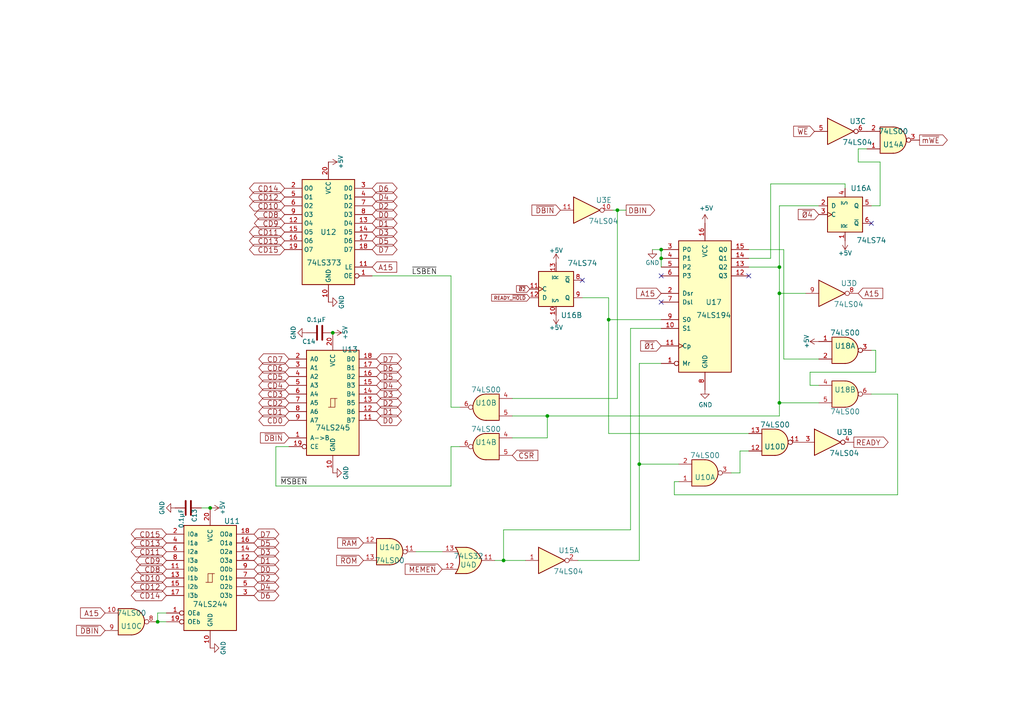
<source format=kicad_sch>
(kicad_sch (version 20211123) (generator eeschema)

  (uuid 7274c82d-0cb9-47de-b093-7d848f491410)

  (paper "A4")

  (title_block
    (title "TI-99/22")
    (date "2022-12-26")
    (rev "0.95")
    (company "Dan Werner - https://github.com/danwerner21/ti99_22")
    (comment 1 "Schematic for Keyboard, Joystick and Cassette port.")
    (comment 3 "was based on the HackMac KiCAD Design")
    (comment 4 "Based Robert Krenicki's design which")
    (comment 5 "Original - https://github.com/rkrenicki/TI99-Motherboard")
  )

  (lib_symbols
    (symbol "74xx:74LS00" (pin_names (offset 1.016)) (in_bom yes) (on_board yes)
      (property "Reference" "U" (id 0) (at 0 1.27 0)
        (effects (font (size 1.27 1.27)))
      )
      (property "Value" "74LS00" (id 1) (at 0 -1.27 0)
        (effects (font (size 1.27 1.27)))
      )
      (property "Footprint" "" (id 2) (at 0 0 0)
        (effects (font (size 1.27 1.27)) hide)
      )
      (property "Datasheet" "http://www.ti.com/lit/gpn/sn74ls00" (id 3) (at 0 0 0)
        (effects (font (size 1.27 1.27)) hide)
      )
      (property "ki_locked" "" (id 4) (at 0 0 0)
        (effects (font (size 1.27 1.27)))
      )
      (property "ki_keywords" "TTL nand 2-input" (id 5) (at 0 0 0)
        (effects (font (size 1.27 1.27)) hide)
      )
      (property "ki_description" "quad 2-input NAND gate" (id 6) (at 0 0 0)
        (effects (font (size 1.27 1.27)) hide)
      )
      (property "ki_fp_filters" "DIP*W7.62mm* SO14*" (id 7) (at 0 0 0)
        (effects (font (size 1.27 1.27)) hide)
      )
      (symbol "74LS00_1_1"
        (arc (start 0 -3.81) (mid 3.81 0) (end 0 3.81)
          (stroke (width 0.254) (type default) (color 0 0 0 0))
          (fill (type background))
        )
        (polyline
          (pts
            (xy 0 3.81)
            (xy -3.81 3.81)
            (xy -3.81 -3.81)
            (xy 0 -3.81)
          )
          (stroke (width 0.254) (type default) (color 0 0 0 0))
          (fill (type background))
        )
        (pin input line (at -7.62 2.54 0) (length 3.81)
          (name "~" (effects (font (size 1.27 1.27))))
          (number "1" (effects (font (size 1.27 1.27))))
        )
        (pin input line (at -7.62 -2.54 0) (length 3.81)
          (name "~" (effects (font (size 1.27 1.27))))
          (number "2" (effects (font (size 1.27 1.27))))
        )
        (pin output inverted (at 7.62 0 180) (length 3.81)
          (name "~" (effects (font (size 1.27 1.27))))
          (number "3" (effects (font (size 1.27 1.27))))
        )
      )
      (symbol "74LS00_1_2"
        (arc (start -3.81 -3.81) (mid -2.589 0) (end -3.81 3.81)
          (stroke (width 0.254) (type default) (color 0 0 0 0))
          (fill (type none))
        )
        (arc (start -0.6096 -3.81) (mid 2.1855 -2.584) (end 3.81 0)
          (stroke (width 0.254) (type default) (color 0 0 0 0))
          (fill (type background))
        )
        (polyline
          (pts
            (xy -3.81 -3.81)
            (xy -0.635 -3.81)
          )
          (stroke (width 0.254) (type default) (color 0 0 0 0))
          (fill (type background))
        )
        (polyline
          (pts
            (xy -3.81 3.81)
            (xy -0.635 3.81)
          )
          (stroke (width 0.254) (type default) (color 0 0 0 0))
          (fill (type background))
        )
        (polyline
          (pts
            (xy -0.635 3.81)
            (xy -3.81 3.81)
            (xy -3.81 3.81)
            (xy -3.556 3.4036)
            (xy -3.0226 2.2606)
            (xy -2.6924 1.0414)
            (xy -2.6162 -0.254)
            (xy -2.7686 -1.4986)
            (xy -3.175 -2.7178)
            (xy -3.81 -3.81)
            (xy -3.81 -3.81)
            (xy -0.635 -3.81)
          )
          (stroke (width -25.4) (type default) (color 0 0 0 0))
          (fill (type background))
        )
        (arc (start 3.81 0) (mid 2.1928 2.5925) (end -0.6096 3.81)
          (stroke (width 0.254) (type default) (color 0 0 0 0))
          (fill (type background))
        )
        (pin input inverted (at -7.62 2.54 0) (length 4.318)
          (name "~" (effects (font (size 1.27 1.27))))
          (number "1" (effects (font (size 1.27 1.27))))
        )
        (pin input inverted (at -7.62 -2.54 0) (length 4.318)
          (name "~" (effects (font (size 1.27 1.27))))
          (number "2" (effects (font (size 1.27 1.27))))
        )
        (pin output line (at 7.62 0 180) (length 3.81)
          (name "~" (effects (font (size 1.27 1.27))))
          (number "3" (effects (font (size 1.27 1.27))))
        )
      )
      (symbol "74LS00_2_1"
        (arc (start 0 -3.81) (mid 3.81 0) (end 0 3.81)
          (stroke (width 0.254) (type default) (color 0 0 0 0))
          (fill (type background))
        )
        (polyline
          (pts
            (xy 0 3.81)
            (xy -3.81 3.81)
            (xy -3.81 -3.81)
            (xy 0 -3.81)
          )
          (stroke (width 0.254) (type default) (color 0 0 0 0))
          (fill (type background))
        )
        (pin input line (at -7.62 2.54 0) (length 3.81)
          (name "~" (effects (font (size 1.27 1.27))))
          (number "4" (effects (font (size 1.27 1.27))))
        )
        (pin input line (at -7.62 -2.54 0) (length 3.81)
          (name "~" (effects (font (size 1.27 1.27))))
          (number "5" (effects (font (size 1.27 1.27))))
        )
        (pin output inverted (at 7.62 0 180) (length 3.81)
          (name "~" (effects (font (size 1.27 1.27))))
          (number "6" (effects (font (size 1.27 1.27))))
        )
      )
      (symbol "74LS00_2_2"
        (arc (start -3.81 -3.81) (mid -2.589 0) (end -3.81 3.81)
          (stroke (width 0.254) (type default) (color 0 0 0 0))
          (fill (type none))
        )
        (arc (start -0.6096 -3.81) (mid 2.1855 -2.584) (end 3.81 0)
          (stroke (width 0.254) (type default) (color 0 0 0 0))
          (fill (type background))
        )
        (polyline
          (pts
            (xy -3.81 -3.81)
            (xy -0.635 -3.81)
          )
          (stroke (width 0.254) (type default) (color 0 0 0 0))
          (fill (type background))
        )
        (polyline
          (pts
            (xy -3.81 3.81)
            (xy -0.635 3.81)
          )
          (stroke (width 0.254) (type default) (color 0 0 0 0))
          (fill (type background))
        )
        (polyline
          (pts
            (xy -0.635 3.81)
            (xy -3.81 3.81)
            (xy -3.81 3.81)
            (xy -3.556 3.4036)
            (xy -3.0226 2.2606)
            (xy -2.6924 1.0414)
            (xy -2.6162 -0.254)
            (xy -2.7686 -1.4986)
            (xy -3.175 -2.7178)
            (xy -3.81 -3.81)
            (xy -3.81 -3.81)
            (xy -0.635 -3.81)
          )
          (stroke (width -25.4) (type default) (color 0 0 0 0))
          (fill (type background))
        )
        (arc (start 3.81 0) (mid 2.1928 2.5925) (end -0.6096 3.81)
          (stroke (width 0.254) (type default) (color 0 0 0 0))
          (fill (type background))
        )
        (pin input inverted (at -7.62 2.54 0) (length 4.318)
          (name "~" (effects (font (size 1.27 1.27))))
          (number "4" (effects (font (size 1.27 1.27))))
        )
        (pin input inverted (at -7.62 -2.54 0) (length 4.318)
          (name "~" (effects (font (size 1.27 1.27))))
          (number "5" (effects (font (size 1.27 1.27))))
        )
        (pin output line (at 7.62 0 180) (length 3.81)
          (name "~" (effects (font (size 1.27 1.27))))
          (number "6" (effects (font (size 1.27 1.27))))
        )
      )
      (symbol "74LS00_3_1"
        (arc (start 0 -3.81) (mid 3.81 0) (end 0 3.81)
          (stroke (width 0.254) (type default) (color 0 0 0 0))
          (fill (type background))
        )
        (polyline
          (pts
            (xy 0 3.81)
            (xy -3.81 3.81)
            (xy -3.81 -3.81)
            (xy 0 -3.81)
          )
          (stroke (width 0.254) (type default) (color 0 0 0 0))
          (fill (type background))
        )
        (pin input line (at -7.62 -2.54 0) (length 3.81)
          (name "~" (effects (font (size 1.27 1.27))))
          (number "10" (effects (font (size 1.27 1.27))))
        )
        (pin output inverted (at 7.62 0 180) (length 3.81)
          (name "~" (effects (font (size 1.27 1.27))))
          (number "8" (effects (font (size 1.27 1.27))))
        )
        (pin input line (at -7.62 2.54 0) (length 3.81)
          (name "~" (effects (font (size 1.27 1.27))))
          (number "9" (effects (font (size 1.27 1.27))))
        )
      )
      (symbol "74LS00_3_2"
        (arc (start -3.81 -3.81) (mid -2.589 0) (end -3.81 3.81)
          (stroke (width 0.254) (type default) (color 0 0 0 0))
          (fill (type none))
        )
        (arc (start -0.6096 -3.81) (mid 2.1855 -2.584) (end 3.81 0)
          (stroke (width 0.254) (type default) (color 0 0 0 0))
          (fill (type background))
        )
        (polyline
          (pts
            (xy -3.81 -3.81)
            (xy -0.635 -3.81)
          )
          (stroke (width 0.254) (type default) (color 0 0 0 0))
          (fill (type background))
        )
        (polyline
          (pts
            (xy -3.81 3.81)
            (xy -0.635 3.81)
          )
          (stroke (width 0.254) (type default) (color 0 0 0 0))
          (fill (type background))
        )
        (polyline
          (pts
            (xy -0.635 3.81)
            (xy -3.81 3.81)
            (xy -3.81 3.81)
            (xy -3.556 3.4036)
            (xy -3.0226 2.2606)
            (xy -2.6924 1.0414)
            (xy -2.6162 -0.254)
            (xy -2.7686 -1.4986)
            (xy -3.175 -2.7178)
            (xy -3.81 -3.81)
            (xy -3.81 -3.81)
            (xy -0.635 -3.81)
          )
          (stroke (width -25.4) (type default) (color 0 0 0 0))
          (fill (type background))
        )
        (arc (start 3.81 0) (mid 2.1928 2.5925) (end -0.6096 3.81)
          (stroke (width 0.254) (type default) (color 0 0 0 0))
          (fill (type background))
        )
        (pin input inverted (at -7.62 -2.54 0) (length 4.318)
          (name "~" (effects (font (size 1.27 1.27))))
          (number "10" (effects (font (size 1.27 1.27))))
        )
        (pin output line (at 7.62 0 180) (length 3.81)
          (name "~" (effects (font (size 1.27 1.27))))
          (number "8" (effects (font (size 1.27 1.27))))
        )
        (pin input inverted (at -7.62 2.54 0) (length 4.318)
          (name "~" (effects (font (size 1.27 1.27))))
          (number "9" (effects (font (size 1.27 1.27))))
        )
      )
      (symbol "74LS00_4_1"
        (arc (start 0 -3.81) (mid 3.81 0) (end 0 3.81)
          (stroke (width 0.254) (type default) (color 0 0 0 0))
          (fill (type background))
        )
        (polyline
          (pts
            (xy 0 3.81)
            (xy -3.81 3.81)
            (xy -3.81 -3.81)
            (xy 0 -3.81)
          )
          (stroke (width 0.254) (type default) (color 0 0 0 0))
          (fill (type background))
        )
        (pin output inverted (at 7.62 0 180) (length 3.81)
          (name "~" (effects (font (size 1.27 1.27))))
          (number "11" (effects (font (size 1.27 1.27))))
        )
        (pin input line (at -7.62 2.54 0) (length 3.81)
          (name "~" (effects (font (size 1.27 1.27))))
          (number "12" (effects (font (size 1.27 1.27))))
        )
        (pin input line (at -7.62 -2.54 0) (length 3.81)
          (name "~" (effects (font (size 1.27 1.27))))
          (number "13" (effects (font (size 1.27 1.27))))
        )
      )
      (symbol "74LS00_4_2"
        (arc (start -3.81 -3.81) (mid -2.589 0) (end -3.81 3.81)
          (stroke (width 0.254) (type default) (color 0 0 0 0))
          (fill (type none))
        )
        (arc (start -0.6096 -3.81) (mid 2.1855 -2.584) (end 3.81 0)
          (stroke (width 0.254) (type default) (color 0 0 0 0))
          (fill (type background))
        )
        (polyline
          (pts
            (xy -3.81 -3.81)
            (xy -0.635 -3.81)
          )
          (stroke (width 0.254) (type default) (color 0 0 0 0))
          (fill (type background))
        )
        (polyline
          (pts
            (xy -3.81 3.81)
            (xy -0.635 3.81)
          )
          (stroke (width 0.254) (type default) (color 0 0 0 0))
          (fill (type background))
        )
        (polyline
          (pts
            (xy -0.635 3.81)
            (xy -3.81 3.81)
            (xy -3.81 3.81)
            (xy -3.556 3.4036)
            (xy -3.0226 2.2606)
            (xy -2.6924 1.0414)
            (xy -2.6162 -0.254)
            (xy -2.7686 -1.4986)
            (xy -3.175 -2.7178)
            (xy -3.81 -3.81)
            (xy -3.81 -3.81)
            (xy -0.635 -3.81)
          )
          (stroke (width -25.4) (type default) (color 0 0 0 0))
          (fill (type background))
        )
        (arc (start 3.81 0) (mid 2.1928 2.5925) (end -0.6096 3.81)
          (stroke (width 0.254) (type default) (color 0 0 0 0))
          (fill (type background))
        )
        (pin output line (at 7.62 0 180) (length 3.81)
          (name "~" (effects (font (size 1.27 1.27))))
          (number "11" (effects (font (size 1.27 1.27))))
        )
        (pin input inverted (at -7.62 2.54 0) (length 4.318)
          (name "~" (effects (font (size 1.27 1.27))))
          (number "12" (effects (font (size 1.27 1.27))))
        )
        (pin input inverted (at -7.62 -2.54 0) (length 4.318)
          (name "~" (effects (font (size 1.27 1.27))))
          (number "13" (effects (font (size 1.27 1.27))))
        )
      )
      (symbol "74LS00_5_0"
        (pin power_in line (at 0 12.7 270) (length 5.08)
          (name "VCC" (effects (font (size 1.27 1.27))))
          (number "14" (effects (font (size 1.27 1.27))))
        )
        (pin power_in line (at 0 -12.7 90) (length 5.08)
          (name "GND" (effects (font (size 1.27 1.27))))
          (number "7" (effects (font (size 1.27 1.27))))
        )
      )
      (symbol "74LS00_5_1"
        (rectangle (start -5.08 7.62) (end 5.08 -7.62)
          (stroke (width 0.254) (type default) (color 0 0 0 0))
          (fill (type background))
        )
      )
    )
    (symbol "74xx:74LS04" (in_bom yes) (on_board yes)
      (property "Reference" "U" (id 0) (at 0 1.27 0)
        (effects (font (size 1.27 1.27)))
      )
      (property "Value" "74LS04" (id 1) (at 0 -1.27 0)
        (effects (font (size 1.27 1.27)))
      )
      (property "Footprint" "" (id 2) (at 0 0 0)
        (effects (font (size 1.27 1.27)) hide)
      )
      (property "Datasheet" "http://www.ti.com/lit/gpn/sn74LS04" (id 3) (at 0 0 0)
        (effects (font (size 1.27 1.27)) hide)
      )
      (property "ki_locked" "" (id 4) (at 0 0 0)
        (effects (font (size 1.27 1.27)))
      )
      (property "ki_keywords" "TTL not inv" (id 5) (at 0 0 0)
        (effects (font (size 1.27 1.27)) hide)
      )
      (property "ki_description" "Hex Inverter" (id 6) (at 0 0 0)
        (effects (font (size 1.27 1.27)) hide)
      )
      (property "ki_fp_filters" "DIP*W7.62mm* SSOP?14* TSSOP?14*" (id 7) (at 0 0 0)
        (effects (font (size 1.27 1.27)) hide)
      )
      (symbol "74LS04_1_0"
        (polyline
          (pts
            (xy -3.81 3.81)
            (xy -3.81 -3.81)
            (xy 3.81 0)
            (xy -3.81 3.81)
          )
          (stroke (width 0.254) (type default) (color 0 0 0 0))
          (fill (type background))
        )
        (pin input line (at -7.62 0 0) (length 3.81)
          (name "~" (effects (font (size 1.27 1.27))))
          (number "1" (effects (font (size 1.27 1.27))))
        )
        (pin output inverted (at 7.62 0 180) (length 3.81)
          (name "~" (effects (font (size 1.27 1.27))))
          (number "2" (effects (font (size 1.27 1.27))))
        )
      )
      (symbol "74LS04_2_0"
        (polyline
          (pts
            (xy -3.81 3.81)
            (xy -3.81 -3.81)
            (xy 3.81 0)
            (xy -3.81 3.81)
          )
          (stroke (width 0.254) (type default) (color 0 0 0 0))
          (fill (type background))
        )
        (pin input line (at -7.62 0 0) (length 3.81)
          (name "~" (effects (font (size 1.27 1.27))))
          (number "3" (effects (font (size 1.27 1.27))))
        )
        (pin output inverted (at 7.62 0 180) (length 3.81)
          (name "~" (effects (font (size 1.27 1.27))))
          (number "4" (effects (font (size 1.27 1.27))))
        )
      )
      (symbol "74LS04_3_0"
        (polyline
          (pts
            (xy -3.81 3.81)
            (xy -3.81 -3.81)
            (xy 3.81 0)
            (xy -3.81 3.81)
          )
          (stroke (width 0.254) (type default) (color 0 0 0 0))
          (fill (type background))
        )
        (pin input line (at -7.62 0 0) (length 3.81)
          (name "~" (effects (font (size 1.27 1.27))))
          (number "5" (effects (font (size 1.27 1.27))))
        )
        (pin output inverted (at 7.62 0 180) (length 3.81)
          (name "~" (effects (font (size 1.27 1.27))))
          (number "6" (effects (font (size 1.27 1.27))))
        )
      )
      (symbol "74LS04_4_0"
        (polyline
          (pts
            (xy -3.81 3.81)
            (xy -3.81 -3.81)
            (xy 3.81 0)
            (xy -3.81 3.81)
          )
          (stroke (width 0.254) (type default) (color 0 0 0 0))
          (fill (type background))
        )
        (pin output inverted (at 7.62 0 180) (length 3.81)
          (name "~" (effects (font (size 1.27 1.27))))
          (number "8" (effects (font (size 1.27 1.27))))
        )
        (pin input line (at -7.62 0 0) (length 3.81)
          (name "~" (effects (font (size 1.27 1.27))))
          (number "9" (effects (font (size 1.27 1.27))))
        )
      )
      (symbol "74LS04_5_0"
        (polyline
          (pts
            (xy -3.81 3.81)
            (xy -3.81 -3.81)
            (xy 3.81 0)
            (xy -3.81 3.81)
          )
          (stroke (width 0.254) (type default) (color 0 0 0 0))
          (fill (type background))
        )
        (pin output inverted (at 7.62 0 180) (length 3.81)
          (name "~" (effects (font (size 1.27 1.27))))
          (number "10" (effects (font (size 1.27 1.27))))
        )
        (pin input line (at -7.62 0 0) (length 3.81)
          (name "~" (effects (font (size 1.27 1.27))))
          (number "11" (effects (font (size 1.27 1.27))))
        )
      )
      (symbol "74LS04_6_0"
        (polyline
          (pts
            (xy -3.81 3.81)
            (xy -3.81 -3.81)
            (xy 3.81 0)
            (xy -3.81 3.81)
          )
          (stroke (width 0.254) (type default) (color 0 0 0 0))
          (fill (type background))
        )
        (pin output inverted (at 7.62 0 180) (length 3.81)
          (name "~" (effects (font (size 1.27 1.27))))
          (number "12" (effects (font (size 1.27 1.27))))
        )
        (pin input line (at -7.62 0 0) (length 3.81)
          (name "~" (effects (font (size 1.27 1.27))))
          (number "13" (effects (font (size 1.27 1.27))))
        )
      )
      (symbol "74LS04_7_0"
        (pin power_in line (at 0 12.7 270) (length 5.08)
          (name "VCC" (effects (font (size 1.27 1.27))))
          (number "14" (effects (font (size 1.27 1.27))))
        )
        (pin power_in line (at 0 -12.7 90) (length 5.08)
          (name "GND" (effects (font (size 1.27 1.27))))
          (number "7" (effects (font (size 1.27 1.27))))
        )
      )
      (symbol "74LS04_7_1"
        (rectangle (start -5.08 7.62) (end 5.08 -7.62)
          (stroke (width 0.254) (type default) (color 0 0 0 0))
          (fill (type background))
        )
      )
    )
    (symbol "74xx:74LS194" (pin_names (offset 1.016)) (in_bom yes) (on_board yes)
      (property "Reference" "U" (id 0) (at -7.62 19.05 0)
        (effects (font (size 1.27 1.27)))
      )
      (property "Value" "74LS194" (id 1) (at -7.62 -21.59 0)
        (effects (font (size 1.27 1.27)))
      )
      (property "Footprint" "" (id 2) (at 0 0 0)
        (effects (font (size 1.27 1.27)) hide)
      )
      (property "Datasheet" "http://www.ti.com/lit/gpn/sn74LS194" (id 3) (at 0 0 0)
        (effects (font (size 1.27 1.27)) hide)
      )
      (property "ki_locked" "" (id 4) (at 0 0 0)
        (effects (font (size 1.27 1.27)))
      )
      (property "ki_keywords" "TTL RS SR4" (id 5) (at 0 0 0)
        (effects (font (size 1.27 1.27)) hide)
      )
      (property "ki_description" "Shift Register 4-bit Bidirectional" (id 6) (at 0 0 0)
        (effects (font (size 1.27 1.27)) hide)
      )
      (property "ki_fp_filters" "DIP?16*" (id 7) (at 0 0 0)
        (effects (font (size 1.27 1.27)) hide)
      )
      (symbol "74LS194_1_0"
        (pin input inverted (at -12.7 -17.78 0) (length 5.08)
          (name "Mr" (effects (font (size 1.27 1.27))))
          (number "1" (effects (font (size 1.27 1.27))))
        )
        (pin input line (at -12.7 -7.62 0) (length 5.08)
          (name "S1" (effects (font (size 1.27 1.27))))
          (number "10" (effects (font (size 1.27 1.27))))
        )
        (pin input clock (at -12.7 -12.7 0) (length 5.08)
          (name "Cp" (effects (font (size 1.27 1.27))))
          (number "11" (effects (font (size 1.27 1.27))))
        )
        (pin output line (at 12.7 7.62 180) (length 5.08)
          (name "Q3" (effects (font (size 1.27 1.27))))
          (number "12" (effects (font (size 1.27 1.27))))
        )
        (pin output line (at 12.7 10.16 180) (length 5.08)
          (name "Q2" (effects (font (size 1.27 1.27))))
          (number "13" (effects (font (size 1.27 1.27))))
        )
        (pin output line (at 12.7 12.7 180) (length 5.08)
          (name "Q1" (effects (font (size 1.27 1.27))))
          (number "14" (effects (font (size 1.27 1.27))))
        )
        (pin output line (at 12.7 15.24 180) (length 5.08)
          (name "Q0" (effects (font (size 1.27 1.27))))
          (number "15" (effects (font (size 1.27 1.27))))
        )
        (pin power_in line (at 0 22.86 270) (length 5.08)
          (name "VCC" (effects (font (size 1.27 1.27))))
          (number "16" (effects (font (size 1.27 1.27))))
        )
        (pin input line (at -12.7 2.54 0) (length 5.08)
          (name "Dsr" (effects (font (size 1.27 1.27))))
          (number "2" (effects (font (size 1.27 1.27))))
        )
        (pin input line (at -12.7 15.24 0) (length 5.08)
          (name "P0" (effects (font (size 1.27 1.27))))
          (number "3" (effects (font (size 1.27 1.27))))
        )
        (pin input line (at -12.7 12.7 0) (length 5.08)
          (name "P1" (effects (font (size 1.27 1.27))))
          (number "4" (effects (font (size 1.27 1.27))))
        )
        (pin input line (at -12.7 10.16 0) (length 5.08)
          (name "P2" (effects (font (size 1.27 1.27))))
          (number "5" (effects (font (size 1.27 1.27))))
        )
        (pin input line (at -12.7 7.62 0) (length 5.08)
          (name "P3" (effects (font (size 1.27 1.27))))
          (number "6" (effects (font (size 1.27 1.27))))
        )
        (pin input line (at -12.7 0 0) (length 5.08)
          (name "Dsl" (effects (font (size 1.27 1.27))))
          (number "7" (effects (font (size 1.27 1.27))))
        )
        (pin power_in line (at 0 -25.4 90) (length 5.08)
          (name "GND" (effects (font (size 1.27 1.27))))
          (number "8" (effects (font (size 1.27 1.27))))
        )
        (pin input line (at -12.7 -5.08 0) (length 5.08)
          (name "S0" (effects (font (size 1.27 1.27))))
          (number "9" (effects (font (size 1.27 1.27))))
        )
      )
      (symbol "74LS194_1_1"
        (rectangle (start -7.62 17.78) (end 7.62 -20.32)
          (stroke (width 0.254) (type default) (color 0 0 0 0))
          (fill (type background))
        )
      )
    )
    (symbol "74xx:74LS244" (pin_names (offset 1.016)) (in_bom yes) (on_board yes)
      (property "Reference" "U" (id 0) (at -7.62 16.51 0)
        (effects (font (size 1.27 1.27)))
      )
      (property "Value" "74LS244" (id 1) (at -7.62 -16.51 0)
        (effects (font (size 1.27 1.27)))
      )
      (property "Footprint" "" (id 2) (at 0 0 0)
        (effects (font (size 1.27 1.27)) hide)
      )
      (property "Datasheet" "http://www.ti.com/lit/ds/symlink/sn74ls244.pdf" (id 3) (at 0 0 0)
        (effects (font (size 1.27 1.27)) hide)
      )
      (property "ki_keywords" "7400 logic ttl low power schottky" (id 4) (at 0 0 0)
        (effects (font (size 1.27 1.27)) hide)
      )
      (property "ki_description" "Octal Buffer and Line Driver With 3-State Output, active-low enables, non-inverting outputs" (id 5) (at 0 0 0)
        (effects (font (size 1.27 1.27)) hide)
      )
      (property "ki_fp_filters" "DIP?20*" (id 6) (at 0 0 0)
        (effects (font (size 1.27 1.27)) hide)
      )
      (symbol "74LS244_1_0"
        (polyline
          (pts
            (xy -0.635 -1.27)
            (xy -0.635 1.27)
            (xy 0.635 1.27)
          )
          (stroke (width 0) (type default) (color 0 0 0 0))
          (fill (type none))
        )
        (polyline
          (pts
            (xy -1.27 -1.27)
            (xy 0.635 -1.27)
            (xy 0.635 1.27)
            (xy 1.27 1.27)
          )
          (stroke (width 0) (type default) (color 0 0 0 0))
          (fill (type none))
        )
        (pin input inverted (at -12.7 -10.16 0) (length 5.08)
          (name "OEa" (effects (font (size 1.27 1.27))))
          (number "1" (effects (font (size 1.27 1.27))))
        )
        (pin power_in line (at 0 -20.32 90) (length 5.08)
          (name "GND" (effects (font (size 1.27 1.27))))
          (number "10" (effects (font (size 1.27 1.27))))
        )
        (pin input line (at -12.7 2.54 0) (length 5.08)
          (name "I0b" (effects (font (size 1.27 1.27))))
          (number "11" (effects (font (size 1.27 1.27))))
        )
        (pin tri_state line (at 12.7 5.08 180) (length 5.08)
          (name "O3a" (effects (font (size 1.27 1.27))))
          (number "12" (effects (font (size 1.27 1.27))))
        )
        (pin input line (at -12.7 0 0) (length 5.08)
          (name "I1b" (effects (font (size 1.27 1.27))))
          (number "13" (effects (font (size 1.27 1.27))))
        )
        (pin tri_state line (at 12.7 7.62 180) (length 5.08)
          (name "O2a" (effects (font (size 1.27 1.27))))
          (number "14" (effects (font (size 1.27 1.27))))
        )
        (pin input line (at -12.7 -2.54 0) (length 5.08)
          (name "I2b" (effects (font (size 1.27 1.27))))
          (number "15" (effects (font (size 1.27 1.27))))
        )
        (pin tri_state line (at 12.7 10.16 180) (length 5.08)
          (name "O1a" (effects (font (size 1.27 1.27))))
          (number "16" (effects (font (size 1.27 1.27))))
        )
        (pin input line (at -12.7 -5.08 0) (length 5.08)
          (name "I3b" (effects (font (size 1.27 1.27))))
          (number "17" (effects (font (size 1.27 1.27))))
        )
        (pin tri_state line (at 12.7 12.7 180) (length 5.08)
          (name "O0a" (effects (font (size 1.27 1.27))))
          (number "18" (effects (font (size 1.27 1.27))))
        )
        (pin input inverted (at -12.7 -12.7 0) (length 5.08)
          (name "OEb" (effects (font (size 1.27 1.27))))
          (number "19" (effects (font (size 1.27 1.27))))
        )
        (pin input line (at -12.7 12.7 0) (length 5.08)
          (name "I0a" (effects (font (size 1.27 1.27))))
          (number "2" (effects (font (size 1.27 1.27))))
        )
        (pin power_in line (at 0 20.32 270) (length 5.08)
          (name "VCC" (effects (font (size 1.27 1.27))))
          (number "20" (effects (font (size 1.27 1.27))))
        )
        (pin tri_state line (at 12.7 -5.08 180) (length 5.08)
          (name "O3b" (effects (font (size 1.27 1.27))))
          (number "3" (effects (font (size 1.27 1.27))))
        )
        (pin input line (at -12.7 10.16 0) (length 5.08)
          (name "I1a" (effects (font (size 1.27 1.27))))
          (number "4" (effects (font (size 1.27 1.27))))
        )
        (pin tri_state line (at 12.7 -2.54 180) (length 5.08)
          (name "O2b" (effects (font (size 1.27 1.27))))
          (number "5" (effects (font (size 1.27 1.27))))
        )
        (pin input line (at -12.7 7.62 0) (length 5.08)
          (name "I2a" (effects (font (size 1.27 1.27))))
          (number "6" (effects (font (size 1.27 1.27))))
        )
        (pin tri_state line (at 12.7 0 180) (length 5.08)
          (name "O1b" (effects (font (size 1.27 1.27))))
          (number "7" (effects (font (size 1.27 1.27))))
        )
        (pin input line (at -12.7 5.08 0) (length 5.08)
          (name "I3a" (effects (font (size 1.27 1.27))))
          (number "8" (effects (font (size 1.27 1.27))))
        )
        (pin tri_state line (at 12.7 2.54 180) (length 5.08)
          (name "O0b" (effects (font (size 1.27 1.27))))
          (number "9" (effects (font (size 1.27 1.27))))
        )
      )
      (symbol "74LS244_1_1"
        (rectangle (start -7.62 15.24) (end 7.62 -15.24)
          (stroke (width 0.254) (type default) (color 0 0 0 0))
          (fill (type background))
        )
      )
    )
    (symbol "74xx:74LS245" (pin_names (offset 1.016)) (in_bom yes) (on_board yes)
      (property "Reference" "U" (id 0) (at -7.62 16.51 0)
        (effects (font (size 1.27 1.27)))
      )
      (property "Value" "74LS245" (id 1) (at -7.62 -16.51 0)
        (effects (font (size 1.27 1.27)))
      )
      (property "Footprint" "" (id 2) (at 0 0 0)
        (effects (font (size 1.27 1.27)) hide)
      )
      (property "Datasheet" "http://www.ti.com/lit/gpn/sn74LS245" (id 3) (at 0 0 0)
        (effects (font (size 1.27 1.27)) hide)
      )
      (property "ki_locked" "" (id 4) (at 0 0 0)
        (effects (font (size 1.27 1.27)))
      )
      (property "ki_keywords" "TTL BUS 3State" (id 5) (at 0 0 0)
        (effects (font (size 1.27 1.27)) hide)
      )
      (property "ki_description" "Octal BUS Transceivers, 3-State outputs" (id 6) (at 0 0 0)
        (effects (font (size 1.27 1.27)) hide)
      )
      (property "ki_fp_filters" "DIP?20*" (id 7) (at 0 0 0)
        (effects (font (size 1.27 1.27)) hide)
      )
      (symbol "74LS245_1_0"
        (polyline
          (pts
            (xy -0.635 -1.27)
            (xy -0.635 1.27)
            (xy 0.635 1.27)
          )
          (stroke (width 0) (type default) (color 0 0 0 0))
          (fill (type none))
        )
        (polyline
          (pts
            (xy -1.27 -1.27)
            (xy 0.635 -1.27)
            (xy 0.635 1.27)
            (xy 1.27 1.27)
          )
          (stroke (width 0) (type default) (color 0 0 0 0))
          (fill (type none))
        )
        (pin input line (at -12.7 -10.16 0) (length 5.08)
          (name "A->B" (effects (font (size 1.27 1.27))))
          (number "1" (effects (font (size 1.27 1.27))))
        )
        (pin power_in line (at 0 -20.32 90) (length 5.08)
          (name "GND" (effects (font (size 1.27 1.27))))
          (number "10" (effects (font (size 1.27 1.27))))
        )
        (pin tri_state line (at 12.7 -5.08 180) (length 5.08)
          (name "B7" (effects (font (size 1.27 1.27))))
          (number "11" (effects (font (size 1.27 1.27))))
        )
        (pin tri_state line (at 12.7 -2.54 180) (length 5.08)
          (name "B6" (effects (font (size 1.27 1.27))))
          (number "12" (effects (font (size 1.27 1.27))))
        )
        (pin tri_state line (at 12.7 0 180) (length 5.08)
          (name "B5" (effects (font (size 1.27 1.27))))
          (number "13" (effects (font (size 1.27 1.27))))
        )
        (pin tri_state line (at 12.7 2.54 180) (length 5.08)
          (name "B4" (effects (font (size 1.27 1.27))))
          (number "14" (effects (font (size 1.27 1.27))))
        )
        (pin tri_state line (at 12.7 5.08 180) (length 5.08)
          (name "B3" (effects (font (size 1.27 1.27))))
          (number "15" (effects (font (size 1.27 1.27))))
        )
        (pin tri_state line (at 12.7 7.62 180) (length 5.08)
          (name "B2" (effects (font (size 1.27 1.27))))
          (number "16" (effects (font (size 1.27 1.27))))
        )
        (pin tri_state line (at 12.7 10.16 180) (length 5.08)
          (name "B1" (effects (font (size 1.27 1.27))))
          (number "17" (effects (font (size 1.27 1.27))))
        )
        (pin tri_state line (at 12.7 12.7 180) (length 5.08)
          (name "B0" (effects (font (size 1.27 1.27))))
          (number "18" (effects (font (size 1.27 1.27))))
        )
        (pin input inverted (at -12.7 -12.7 0) (length 5.08)
          (name "CE" (effects (font (size 1.27 1.27))))
          (number "19" (effects (font (size 1.27 1.27))))
        )
        (pin tri_state line (at -12.7 12.7 0) (length 5.08)
          (name "A0" (effects (font (size 1.27 1.27))))
          (number "2" (effects (font (size 1.27 1.27))))
        )
        (pin power_in line (at 0 20.32 270) (length 5.08)
          (name "VCC" (effects (font (size 1.27 1.27))))
          (number "20" (effects (font (size 1.27 1.27))))
        )
        (pin tri_state line (at -12.7 10.16 0) (length 5.08)
          (name "A1" (effects (font (size 1.27 1.27))))
          (number "3" (effects (font (size 1.27 1.27))))
        )
        (pin tri_state line (at -12.7 7.62 0) (length 5.08)
          (name "A2" (effects (font (size 1.27 1.27))))
          (number "4" (effects (font (size 1.27 1.27))))
        )
        (pin tri_state line (at -12.7 5.08 0) (length 5.08)
          (name "A3" (effects (font (size 1.27 1.27))))
          (number "5" (effects (font (size 1.27 1.27))))
        )
        (pin tri_state line (at -12.7 2.54 0) (length 5.08)
          (name "A4" (effects (font (size 1.27 1.27))))
          (number "6" (effects (font (size 1.27 1.27))))
        )
        (pin tri_state line (at -12.7 0 0) (length 5.08)
          (name "A5" (effects (font (size 1.27 1.27))))
          (number "7" (effects (font (size 1.27 1.27))))
        )
        (pin tri_state line (at -12.7 -2.54 0) (length 5.08)
          (name "A6" (effects (font (size 1.27 1.27))))
          (number "8" (effects (font (size 1.27 1.27))))
        )
        (pin tri_state line (at -12.7 -5.08 0) (length 5.08)
          (name "A7" (effects (font (size 1.27 1.27))))
          (number "9" (effects (font (size 1.27 1.27))))
        )
      )
      (symbol "74LS245_1_1"
        (rectangle (start -7.62 15.24) (end 7.62 -15.24)
          (stroke (width 0.254) (type default) (color 0 0 0 0))
          (fill (type background))
        )
      )
    )
    (symbol "74xx:74LS32" (pin_names (offset 1.016)) (in_bom yes) (on_board yes)
      (property "Reference" "U" (id 0) (at 0 1.27 0)
        (effects (font (size 1.27 1.27)))
      )
      (property "Value" "74LS32" (id 1) (at 0 -1.27 0)
        (effects (font (size 1.27 1.27)))
      )
      (property "Footprint" "" (id 2) (at 0 0 0)
        (effects (font (size 1.27 1.27)) hide)
      )
      (property "Datasheet" "http://www.ti.com/lit/gpn/sn74LS32" (id 3) (at 0 0 0)
        (effects (font (size 1.27 1.27)) hide)
      )
      (property "ki_locked" "" (id 4) (at 0 0 0)
        (effects (font (size 1.27 1.27)))
      )
      (property "ki_keywords" "TTL Or2" (id 5) (at 0 0 0)
        (effects (font (size 1.27 1.27)) hide)
      )
      (property "ki_description" "Quad 2-input OR" (id 6) (at 0 0 0)
        (effects (font (size 1.27 1.27)) hide)
      )
      (property "ki_fp_filters" "DIP?14*" (id 7) (at 0 0 0)
        (effects (font (size 1.27 1.27)) hide)
      )
      (symbol "74LS32_1_1"
        (arc (start -3.81 -3.81) (mid -2.589 0) (end -3.81 3.81)
          (stroke (width 0.254) (type default) (color 0 0 0 0))
          (fill (type none))
        )
        (arc (start -0.6096 -3.81) (mid 2.1855 -2.584) (end 3.81 0)
          (stroke (width 0.254) (type default) (color 0 0 0 0))
          (fill (type background))
        )
        (polyline
          (pts
            (xy -3.81 -3.81)
            (xy -0.635 -3.81)
          )
          (stroke (width 0.254) (type default) (color 0 0 0 0))
          (fill (type background))
        )
        (polyline
          (pts
            (xy -3.81 3.81)
            (xy -0.635 3.81)
          )
          (stroke (width 0.254) (type default) (color 0 0 0 0))
          (fill (type background))
        )
        (polyline
          (pts
            (xy -0.635 3.81)
            (xy -3.81 3.81)
            (xy -3.81 3.81)
            (xy -3.556 3.4036)
            (xy -3.0226 2.2606)
            (xy -2.6924 1.0414)
            (xy -2.6162 -0.254)
            (xy -2.7686 -1.4986)
            (xy -3.175 -2.7178)
            (xy -3.81 -3.81)
            (xy -3.81 -3.81)
            (xy -0.635 -3.81)
          )
          (stroke (width -25.4) (type default) (color 0 0 0 0))
          (fill (type background))
        )
        (arc (start 3.81 0) (mid 2.1928 2.5925) (end -0.6096 3.81)
          (stroke (width 0.254) (type default) (color 0 0 0 0))
          (fill (type background))
        )
        (pin input line (at -7.62 2.54 0) (length 4.318)
          (name "~" (effects (font (size 1.27 1.27))))
          (number "1" (effects (font (size 1.27 1.27))))
        )
        (pin input line (at -7.62 -2.54 0) (length 4.318)
          (name "~" (effects (font (size 1.27 1.27))))
          (number "2" (effects (font (size 1.27 1.27))))
        )
        (pin output line (at 7.62 0 180) (length 3.81)
          (name "~" (effects (font (size 1.27 1.27))))
          (number "3" (effects (font (size 1.27 1.27))))
        )
      )
      (symbol "74LS32_1_2"
        (arc (start 0 -3.81) (mid 3.81 0) (end 0 3.81)
          (stroke (width 0.254) (type default) (color 0 0 0 0))
          (fill (type background))
        )
        (polyline
          (pts
            (xy 0 3.81)
            (xy -3.81 3.81)
            (xy -3.81 -3.81)
            (xy 0 -3.81)
          )
          (stroke (width 0.254) (type default) (color 0 0 0 0))
          (fill (type background))
        )
        (pin input inverted (at -7.62 2.54 0) (length 3.81)
          (name "~" (effects (font (size 1.27 1.27))))
          (number "1" (effects (font (size 1.27 1.27))))
        )
        (pin input inverted (at -7.62 -2.54 0) (length 3.81)
          (name "~" (effects (font (size 1.27 1.27))))
          (number "2" (effects (font (size 1.27 1.27))))
        )
        (pin output inverted (at 7.62 0 180) (length 3.81)
          (name "~" (effects (font (size 1.27 1.27))))
          (number "3" (effects (font (size 1.27 1.27))))
        )
      )
      (symbol "74LS32_2_1"
        (arc (start -3.81 -3.81) (mid -2.589 0) (end -3.81 3.81)
          (stroke (width 0.254) (type default) (color 0 0 0 0))
          (fill (type none))
        )
        (arc (start -0.6096 -3.81) (mid 2.1855 -2.584) (end 3.81 0)
          (stroke (width 0.254) (type default) (color 0 0 0 0))
          (fill (type background))
        )
        (polyline
          (pts
            (xy -3.81 -3.81)
            (xy -0.635 -3.81)
          )
          (stroke (width 0.254) (type default) (color 0 0 0 0))
          (fill (type background))
        )
        (polyline
          (pts
            (xy -3.81 3.81)
            (xy -0.635 3.81)
          )
          (stroke (width 0.254) (type default) (color 0 0 0 0))
          (fill (type background))
        )
        (polyline
          (pts
            (xy -0.635 3.81)
            (xy -3.81 3.81)
            (xy -3.81 3.81)
            (xy -3.556 3.4036)
            (xy -3.0226 2.2606)
            (xy -2.6924 1.0414)
            (xy -2.6162 -0.254)
            (xy -2.7686 -1.4986)
            (xy -3.175 -2.7178)
            (xy -3.81 -3.81)
            (xy -3.81 -3.81)
            (xy -0.635 -3.81)
          )
          (stroke (width -25.4) (type default) (color 0 0 0 0))
          (fill (type background))
        )
        (arc (start 3.81 0) (mid 2.1928 2.5925) (end -0.6096 3.81)
          (stroke (width 0.254) (type default) (color 0 0 0 0))
          (fill (type background))
        )
        (pin input line (at -7.62 2.54 0) (length 4.318)
          (name "~" (effects (font (size 1.27 1.27))))
          (number "4" (effects (font (size 1.27 1.27))))
        )
        (pin input line (at -7.62 -2.54 0) (length 4.318)
          (name "~" (effects (font (size 1.27 1.27))))
          (number "5" (effects (font (size 1.27 1.27))))
        )
        (pin output line (at 7.62 0 180) (length 3.81)
          (name "~" (effects (font (size 1.27 1.27))))
          (number "6" (effects (font (size 1.27 1.27))))
        )
      )
      (symbol "74LS32_2_2"
        (arc (start 0 -3.81) (mid 3.81 0) (end 0 3.81)
          (stroke (width 0.254) (type default) (color 0 0 0 0))
          (fill (type background))
        )
        (polyline
          (pts
            (xy 0 3.81)
            (xy -3.81 3.81)
            (xy -3.81 -3.81)
            (xy 0 -3.81)
          )
          (stroke (width 0.254) (type default) (color 0 0 0 0))
          (fill (type background))
        )
        (pin input inverted (at -7.62 2.54 0) (length 3.81)
          (name "~" (effects (font (size 1.27 1.27))))
          (number "4" (effects (font (size 1.27 1.27))))
        )
        (pin input inverted (at -7.62 -2.54 0) (length 3.81)
          (name "~" (effects (font (size 1.27 1.27))))
          (number "5" (effects (font (size 1.27 1.27))))
        )
        (pin output inverted (at 7.62 0 180) (length 3.81)
          (name "~" (effects (font (size 1.27 1.27))))
          (number "6" (effects (font (size 1.27 1.27))))
        )
      )
      (symbol "74LS32_3_1"
        (arc (start -3.81 -3.81) (mid -2.589 0) (end -3.81 3.81)
          (stroke (width 0.254) (type default) (color 0 0 0 0))
          (fill (type none))
        )
        (arc (start -0.6096 -3.81) (mid 2.1855 -2.584) (end 3.81 0)
          (stroke (width 0.254) (type default) (color 0 0 0 0))
          (fill (type background))
        )
        (polyline
          (pts
            (xy -3.81 -3.81)
            (xy -0.635 -3.81)
          )
          (stroke (width 0.254) (type default) (color 0 0 0 0))
          (fill (type background))
        )
        (polyline
          (pts
            (xy -3.81 3.81)
            (xy -0.635 3.81)
          )
          (stroke (width 0.254) (type default) (color 0 0 0 0))
          (fill (type background))
        )
        (polyline
          (pts
            (xy -0.635 3.81)
            (xy -3.81 3.81)
            (xy -3.81 3.81)
            (xy -3.556 3.4036)
            (xy -3.0226 2.2606)
            (xy -2.6924 1.0414)
            (xy -2.6162 -0.254)
            (xy -2.7686 -1.4986)
            (xy -3.175 -2.7178)
            (xy -3.81 -3.81)
            (xy -3.81 -3.81)
            (xy -0.635 -3.81)
          )
          (stroke (width -25.4) (type default) (color 0 0 0 0))
          (fill (type background))
        )
        (arc (start 3.81 0) (mid 2.1928 2.5925) (end -0.6096 3.81)
          (stroke (width 0.254) (type default) (color 0 0 0 0))
          (fill (type background))
        )
        (pin input line (at -7.62 -2.54 0) (length 4.318)
          (name "~" (effects (font (size 1.27 1.27))))
          (number "10" (effects (font (size 1.27 1.27))))
        )
        (pin output line (at 7.62 0 180) (length 3.81)
          (name "~" (effects (font (size 1.27 1.27))))
          (number "8" (effects (font (size 1.27 1.27))))
        )
        (pin input line (at -7.62 2.54 0) (length 4.318)
          (name "~" (effects (font (size 1.27 1.27))))
          (number "9" (effects (font (size 1.27 1.27))))
        )
      )
      (symbol "74LS32_3_2"
        (arc (start 0 -3.81) (mid 3.81 0) (end 0 3.81)
          (stroke (width 0.254) (type default) (color 0 0 0 0))
          (fill (type background))
        )
        (polyline
          (pts
            (xy 0 3.81)
            (xy -3.81 3.81)
            (xy -3.81 -3.81)
            (xy 0 -3.81)
          )
          (stroke (width 0.254) (type default) (color 0 0 0 0))
          (fill (type background))
        )
        (pin input inverted (at -7.62 -2.54 0) (length 3.81)
          (name "~" (effects (font (size 1.27 1.27))))
          (number "10" (effects (font (size 1.27 1.27))))
        )
        (pin output inverted (at 7.62 0 180) (length 3.81)
          (name "~" (effects (font (size 1.27 1.27))))
          (number "8" (effects (font (size 1.27 1.27))))
        )
        (pin input inverted (at -7.62 2.54 0) (length 3.81)
          (name "~" (effects (font (size 1.27 1.27))))
          (number "9" (effects (font (size 1.27 1.27))))
        )
      )
      (symbol "74LS32_4_1"
        (arc (start -3.81 -3.81) (mid -2.589 0) (end -3.81 3.81)
          (stroke (width 0.254) (type default) (color 0 0 0 0))
          (fill (type none))
        )
        (arc (start -0.6096 -3.81) (mid 2.1855 -2.584) (end 3.81 0)
          (stroke (width 0.254) (type default) (color 0 0 0 0))
          (fill (type background))
        )
        (polyline
          (pts
            (xy -3.81 -3.81)
            (xy -0.635 -3.81)
          )
          (stroke (width 0.254) (type default) (color 0 0 0 0))
          (fill (type background))
        )
        (polyline
          (pts
            (xy -3.81 3.81)
            (xy -0.635 3.81)
          )
          (stroke (width 0.254) (type default) (color 0 0 0 0))
          (fill (type background))
        )
        (polyline
          (pts
            (xy -0.635 3.81)
            (xy -3.81 3.81)
            (xy -3.81 3.81)
            (xy -3.556 3.4036)
            (xy -3.0226 2.2606)
            (xy -2.6924 1.0414)
            (xy -2.6162 -0.254)
            (xy -2.7686 -1.4986)
            (xy -3.175 -2.7178)
            (xy -3.81 -3.81)
            (xy -3.81 -3.81)
            (xy -0.635 -3.81)
          )
          (stroke (width -25.4) (type default) (color 0 0 0 0))
          (fill (type background))
        )
        (arc (start 3.81 0) (mid 2.1928 2.5925) (end -0.6096 3.81)
          (stroke (width 0.254) (type default) (color 0 0 0 0))
          (fill (type background))
        )
        (pin output line (at 7.62 0 180) (length 3.81)
          (name "~" (effects (font (size 1.27 1.27))))
          (number "11" (effects (font (size 1.27 1.27))))
        )
        (pin input line (at -7.62 2.54 0) (length 4.318)
          (name "~" (effects (font (size 1.27 1.27))))
          (number "12" (effects (font (size 1.27 1.27))))
        )
        (pin input line (at -7.62 -2.54 0) (length 4.318)
          (name "~" (effects (font (size 1.27 1.27))))
          (number "13" (effects (font (size 1.27 1.27))))
        )
      )
      (symbol "74LS32_4_2"
        (arc (start 0 -3.81) (mid 3.81 0) (end 0 3.81)
          (stroke (width 0.254) (type default) (color 0 0 0 0))
          (fill (type background))
        )
        (polyline
          (pts
            (xy 0 3.81)
            (xy -3.81 3.81)
            (xy -3.81 -3.81)
            (xy 0 -3.81)
          )
          (stroke (width 0.254) (type default) (color 0 0 0 0))
          (fill (type background))
        )
        (pin output inverted (at 7.62 0 180) (length 3.81)
          (name "~" (effects (font (size 1.27 1.27))))
          (number "11" (effects (font (size 1.27 1.27))))
        )
        (pin input inverted (at -7.62 2.54 0) (length 3.81)
          (name "~" (effects (font (size 1.27 1.27))))
          (number "12" (effects (font (size 1.27 1.27))))
        )
        (pin input inverted (at -7.62 -2.54 0) (length 3.81)
          (name "~" (effects (font (size 1.27 1.27))))
          (number "13" (effects (font (size 1.27 1.27))))
        )
      )
      (symbol "74LS32_5_0"
        (pin power_in line (at 0 12.7 270) (length 5.08)
          (name "VCC" (effects (font (size 1.27 1.27))))
          (number "14" (effects (font (size 1.27 1.27))))
        )
        (pin power_in line (at 0 -12.7 90) (length 5.08)
          (name "GND" (effects (font (size 1.27 1.27))))
          (number "7" (effects (font (size 1.27 1.27))))
        )
      )
      (symbol "74LS32_5_1"
        (rectangle (start -5.08 7.62) (end 5.08 -7.62)
          (stroke (width 0.254) (type default) (color 0 0 0 0))
          (fill (type background))
        )
      )
    )
    (symbol "74xx:74LS373" (in_bom yes) (on_board yes)
      (property "Reference" "U" (id 0) (at -7.62 16.51 0)
        (effects (font (size 1.27 1.27)))
      )
      (property "Value" "74LS373" (id 1) (at -7.62 -16.51 0)
        (effects (font (size 1.27 1.27)))
      )
      (property "Footprint" "" (id 2) (at 0 0 0)
        (effects (font (size 1.27 1.27)) hide)
      )
      (property "Datasheet" "http://www.ti.com/lit/gpn/sn74LS373" (id 3) (at 0 0 0)
        (effects (font (size 1.27 1.27)) hide)
      )
      (property "ki_keywords" "TTL REG DFF DFF8 LATCH" (id 4) (at 0 0 0)
        (effects (font (size 1.27 1.27)) hide)
      )
      (property "ki_description" "8-bit Latch, 3-state outputs" (id 5) (at 0 0 0)
        (effects (font (size 1.27 1.27)) hide)
      )
      (property "ki_fp_filters" "DIP?20* SOIC?20* SO?20* SSOP?20* TSSOP?20*" (id 6) (at 0 0 0)
        (effects (font (size 1.27 1.27)) hide)
      )
      (symbol "74LS373_1_0"
        (pin input inverted (at -12.7 -12.7 0) (length 5.08)
          (name "OE" (effects (font (size 1.27 1.27))))
          (number "1" (effects (font (size 1.27 1.27))))
        )
        (pin power_in line (at 0 -20.32 90) (length 5.08)
          (name "GND" (effects (font (size 1.27 1.27))))
          (number "10" (effects (font (size 1.27 1.27))))
        )
        (pin input line (at -12.7 -10.16 0) (length 5.08)
          (name "LE" (effects (font (size 1.27 1.27))))
          (number "11" (effects (font (size 1.27 1.27))))
        )
        (pin tri_state line (at 12.7 2.54 180) (length 5.08)
          (name "O4" (effects (font (size 1.27 1.27))))
          (number "12" (effects (font (size 1.27 1.27))))
        )
        (pin input line (at -12.7 2.54 0) (length 5.08)
          (name "D4" (effects (font (size 1.27 1.27))))
          (number "13" (effects (font (size 1.27 1.27))))
        )
        (pin input line (at -12.7 0 0) (length 5.08)
          (name "D5" (effects (font (size 1.27 1.27))))
          (number "14" (effects (font (size 1.27 1.27))))
        )
        (pin tri_state line (at 12.7 0 180) (length 5.08)
          (name "O5" (effects (font (size 1.27 1.27))))
          (number "15" (effects (font (size 1.27 1.27))))
        )
        (pin tri_state line (at 12.7 -2.54 180) (length 5.08)
          (name "O6" (effects (font (size 1.27 1.27))))
          (number "16" (effects (font (size 1.27 1.27))))
        )
        (pin input line (at -12.7 -2.54 0) (length 5.08)
          (name "D6" (effects (font (size 1.27 1.27))))
          (number "17" (effects (font (size 1.27 1.27))))
        )
        (pin input line (at -12.7 -5.08 0) (length 5.08)
          (name "D7" (effects (font (size 1.27 1.27))))
          (number "18" (effects (font (size 1.27 1.27))))
        )
        (pin tri_state line (at 12.7 -5.08 180) (length 5.08)
          (name "O7" (effects (font (size 1.27 1.27))))
          (number "19" (effects (font (size 1.27 1.27))))
        )
        (pin tri_state line (at 12.7 12.7 180) (length 5.08)
          (name "O0" (effects (font (size 1.27 1.27))))
          (number "2" (effects (font (size 1.27 1.27))))
        )
        (pin power_in line (at 0 20.32 270) (length 5.08)
          (name "VCC" (effects (font (size 1.27 1.27))))
          (number "20" (effects (font (size 1.27 1.27))))
        )
        (pin input line (at -12.7 12.7 0) (length 5.08)
          (name "D0" (effects (font (size 1.27 1.27))))
          (number "3" (effects (font (size 1.27 1.27))))
        )
        (pin input line (at -12.7 10.16 0) (length 5.08)
          (name "D1" (effects (font (size 1.27 1.27))))
          (number "4" (effects (font (size 1.27 1.27))))
        )
        (pin tri_state line (at 12.7 10.16 180) (length 5.08)
          (name "O1" (effects (font (size 1.27 1.27))))
          (number "5" (effects (font (size 1.27 1.27))))
        )
        (pin tri_state line (at 12.7 7.62 180) (length 5.08)
          (name "O2" (effects (font (size 1.27 1.27))))
          (number "6" (effects (font (size 1.27 1.27))))
        )
        (pin input line (at -12.7 7.62 0) (length 5.08)
          (name "D2" (effects (font (size 1.27 1.27))))
          (number "7" (effects (font (size 1.27 1.27))))
        )
        (pin input line (at -12.7 5.08 0) (length 5.08)
          (name "D3" (effects (font (size 1.27 1.27))))
          (number "8" (effects (font (size 1.27 1.27))))
        )
        (pin tri_state line (at 12.7 5.08 180) (length 5.08)
          (name "O3" (effects (font (size 1.27 1.27))))
          (number "9" (effects (font (size 1.27 1.27))))
        )
      )
      (symbol "74LS373_1_1"
        (rectangle (start -7.62 15.24) (end 7.62 -15.24)
          (stroke (width 0.254) (type default) (color 0 0 0 0))
          (fill (type background))
        )
      )
    )
    (symbol "74xx:74LS74" (pin_names (offset 1.016)) (in_bom yes) (on_board yes)
      (property "Reference" "U" (id 0) (at -7.62 8.89 0)
        (effects (font (size 1.27 1.27)))
      )
      (property "Value" "74LS74" (id 1) (at -7.62 -8.89 0)
        (effects (font (size 1.27 1.27)))
      )
      (property "Footprint" "" (id 2) (at 0 0 0)
        (effects (font (size 1.27 1.27)) hide)
      )
      (property "Datasheet" "74xx/74hc_hct74.pdf" (id 3) (at 0 0 0)
        (effects (font (size 1.27 1.27)) hide)
      )
      (property "ki_locked" "" (id 4) (at 0 0 0)
        (effects (font (size 1.27 1.27)))
      )
      (property "ki_keywords" "TTL DFF" (id 5) (at 0 0 0)
        (effects (font (size 1.27 1.27)) hide)
      )
      (property "ki_description" "Dual D Flip-flop, Set & Reset" (id 6) (at 0 0 0)
        (effects (font (size 1.27 1.27)) hide)
      )
      (property "ki_fp_filters" "DIP*W7.62mm*" (id 7) (at 0 0 0)
        (effects (font (size 1.27 1.27)) hide)
      )
      (symbol "74LS74_1_0"
        (pin input line (at 0 -7.62 90) (length 2.54)
          (name "~{R}" (effects (font (size 1.27 1.27))))
          (number "1" (effects (font (size 1.27 1.27))))
        )
        (pin input line (at -7.62 2.54 0) (length 2.54)
          (name "D" (effects (font (size 1.27 1.27))))
          (number "2" (effects (font (size 1.27 1.27))))
        )
        (pin input clock (at -7.62 0 0) (length 2.54)
          (name "C" (effects (font (size 1.27 1.27))))
          (number "3" (effects (font (size 1.27 1.27))))
        )
        (pin input line (at 0 7.62 270) (length 2.54)
          (name "~{S}" (effects (font (size 1.27 1.27))))
          (number "4" (effects (font (size 1.27 1.27))))
        )
        (pin output line (at 7.62 2.54 180) (length 2.54)
          (name "Q" (effects (font (size 1.27 1.27))))
          (number "5" (effects (font (size 1.27 1.27))))
        )
        (pin output line (at 7.62 -2.54 180) (length 2.54)
          (name "~{Q}" (effects (font (size 1.27 1.27))))
          (number "6" (effects (font (size 1.27 1.27))))
        )
      )
      (symbol "74LS74_1_1"
        (rectangle (start -5.08 5.08) (end 5.08 -5.08)
          (stroke (width 0.254) (type default) (color 0 0 0 0))
          (fill (type background))
        )
      )
      (symbol "74LS74_2_0"
        (pin input line (at 0 7.62 270) (length 2.54)
          (name "~{S}" (effects (font (size 1.27 1.27))))
          (number "10" (effects (font (size 1.27 1.27))))
        )
        (pin input clock (at -7.62 0 0) (length 2.54)
          (name "C" (effects (font (size 1.27 1.27))))
          (number "11" (effects (font (size 1.27 1.27))))
        )
        (pin input line (at -7.62 2.54 0) (length 2.54)
          (name "D" (effects (font (size 1.27 1.27))))
          (number "12" (effects (font (size 1.27 1.27))))
        )
        (pin input line (at 0 -7.62 90) (length 2.54)
          (name "~{R}" (effects (font (size 1.27 1.27))))
          (number "13" (effects (font (size 1.27 1.27))))
        )
        (pin output line (at 7.62 -2.54 180) (length 2.54)
          (name "~{Q}" (effects (font (size 1.27 1.27))))
          (number "8" (effects (font (size 1.27 1.27))))
        )
        (pin output line (at 7.62 2.54 180) (length 2.54)
          (name "Q" (effects (font (size 1.27 1.27))))
          (number "9" (effects (font (size 1.27 1.27))))
        )
      )
      (symbol "74LS74_2_1"
        (rectangle (start -5.08 5.08) (end 5.08 -5.08)
          (stroke (width 0.254) (type default) (color 0 0 0 0))
          (fill (type background))
        )
      )
      (symbol "74LS74_3_0"
        (pin power_in line (at 0 10.16 270) (length 2.54)
          (name "VCC" (effects (font (size 1.27 1.27))))
          (number "14" (effects (font (size 1.27 1.27))))
        )
        (pin power_in line (at 0 -10.16 90) (length 2.54)
          (name "GND" (effects (font (size 1.27 1.27))))
          (number "7" (effects (font (size 1.27 1.27))))
        )
      )
      (symbol "74LS74_3_1"
        (rectangle (start -5.08 7.62) (end 5.08 -7.62)
          (stroke (width 0.254) (type default) (color 0 0 0 0))
          (fill (type background))
        )
      )
    )
    (symbol "Device:C" (pin_numbers hide) (pin_names (offset 0.254)) (in_bom yes) (on_board yes)
      (property "Reference" "C" (id 0) (at 0.635 2.54 0)
        (effects (font (size 1.27 1.27)) (justify left))
      )
      (property "Value" "C" (id 1) (at 0.635 -2.54 0)
        (effects (font (size 1.27 1.27)) (justify left))
      )
      (property "Footprint" "" (id 2) (at 0.9652 -3.81 0)
        (effects (font (size 1.27 1.27)) hide)
      )
      (property "Datasheet" "~" (id 3) (at 0 0 0)
        (effects (font (size 1.27 1.27)) hide)
      )
      (property "ki_keywords" "cap capacitor" (id 4) (at 0 0 0)
        (effects (font (size 1.27 1.27)) hide)
      )
      (property "ki_description" "Unpolarized capacitor" (id 5) (at 0 0 0)
        (effects (font (size 1.27 1.27)) hide)
      )
      (property "ki_fp_filters" "C_*" (id 6) (at 0 0 0)
        (effects (font (size 1.27 1.27)) hide)
      )
      (symbol "C_0_1"
        (polyline
          (pts
            (xy -2.032 -0.762)
            (xy 2.032 -0.762)
          )
          (stroke (width 0.508) (type default) (color 0 0 0 0))
          (fill (type none))
        )
        (polyline
          (pts
            (xy -2.032 0.762)
            (xy 2.032 0.762)
          )
          (stroke (width 0.508) (type default) (color 0 0 0 0))
          (fill (type none))
        )
      )
      (symbol "C_1_1"
        (pin passive line (at 0 3.81 270) (length 2.794)
          (name "~" (effects (font (size 1.27 1.27))))
          (number "1" (effects (font (size 1.27 1.27))))
        )
        (pin passive line (at 0 -3.81 90) (length 2.794)
          (name "~" (effects (font (size 1.27 1.27))))
          (number "2" (effects (font (size 1.27 1.27))))
        )
      )
    )
    (symbol "power:+5V" (power) (pin_names (offset 0)) (in_bom yes) (on_board yes)
      (property "Reference" "#PWR" (id 0) (at 0 -3.81 0)
        (effects (font (size 1.27 1.27)) hide)
      )
      (property "Value" "+5V" (id 1) (at 0 3.556 0)
        (effects (font (size 1.27 1.27)))
      )
      (property "Footprint" "" (id 2) (at 0 0 0)
        (effects (font (size 1.27 1.27)) hide)
      )
      (property "Datasheet" "" (id 3) (at 0 0 0)
        (effects (font (size 1.27 1.27)) hide)
      )
      (property "ki_keywords" "power-flag" (id 4) (at 0 0 0)
        (effects (font (size 1.27 1.27)) hide)
      )
      (property "ki_description" "Power symbol creates a global label with name \"+5V\"" (id 5) (at 0 0 0)
        (effects (font (size 1.27 1.27)) hide)
      )
      (symbol "+5V_0_1"
        (polyline
          (pts
            (xy -0.762 1.27)
            (xy 0 2.54)
          )
          (stroke (width 0) (type default) (color 0 0 0 0))
          (fill (type none))
        )
        (polyline
          (pts
            (xy 0 0)
            (xy 0 2.54)
          )
          (stroke (width 0) (type default) (color 0 0 0 0))
          (fill (type none))
        )
        (polyline
          (pts
            (xy 0 2.54)
            (xy 0.762 1.27)
          )
          (stroke (width 0) (type default) (color 0 0 0 0))
          (fill (type none))
        )
      )
      (symbol "+5V_1_1"
        (pin power_in line (at 0 0 90) (length 0) hide
          (name "+5V" (effects (font (size 1.27 1.27))))
          (number "1" (effects (font (size 1.27 1.27))))
        )
      )
    )
    (symbol "power:GND" (power) (pin_names (offset 0)) (in_bom yes) (on_board yes)
      (property "Reference" "#PWR" (id 0) (at 0 -6.35 0)
        (effects (font (size 1.27 1.27)) hide)
      )
      (property "Value" "GND" (id 1) (at 0 -3.81 0)
        (effects (font (size 1.27 1.27)))
      )
      (property "Footprint" "" (id 2) (at 0 0 0)
        (effects (font (size 1.27 1.27)) hide)
      )
      (property "Datasheet" "" (id 3) (at 0 0 0)
        (effects (font (size 1.27 1.27)) hide)
      )
      (property "ki_keywords" "power-flag" (id 4) (at 0 0 0)
        (effects (font (size 1.27 1.27)) hide)
      )
      (property "ki_description" "Power symbol creates a global label with name \"GND\" , ground" (id 5) (at 0 0 0)
        (effects (font (size 1.27 1.27)) hide)
      )
      (symbol "GND_0_1"
        (polyline
          (pts
            (xy 0 0)
            (xy 0 -1.27)
            (xy 1.27 -1.27)
            (xy 0 -2.54)
            (xy -1.27 -1.27)
            (xy 0 -1.27)
          )
          (stroke (width 0) (type default) (color 0 0 0 0))
          (fill (type none))
        )
      )
      (symbol "GND_1_1"
        (pin power_in line (at 0 0 270) (length 0) hide
          (name "GND" (effects (font (size 1.27 1.27))))
          (number "1" (effects (font (size 1.27 1.27))))
        )
      )
    )
  )

  (junction (at 191.77 74.93) (diameter 0) (color 0 0 0 0)
    (uuid 3656bb3f-f8a4-4f3a-8e9a-ec6203c87a56)
  )
  (junction (at 158.75 120.65) (diameter 0) (color 0 0 0 0)
    (uuid 4d967454-338c-4b89-8534-9457e15bf2f2)
  )
  (junction (at 45.72 180.34) (diameter 0) (color 0 0 0 0)
    (uuid 5eedf685-0df3-4da8-aded-0e6ed1cb2507)
  )
  (junction (at 226.06 116.84) (diameter 0) (color 0 0 0 0)
    (uuid 7eb32ed1-4320-49ba-8487-1c88e4824fe3)
  )
  (junction (at 60.96 147.32) (diameter 0) (color 0 0 0 0)
    (uuid 87a0ffb1-5477-4b20-a3ac-fef5af129a33)
  )
  (junction (at 185.42 134.62) (diameter 0) (color 0 0 0 0)
    (uuid 9e427954-2486-4c91-89b5-6af73a073442)
  )
  (junction (at 179.07 60.96) (diameter 0) (color 0 0 0 0)
    (uuid 9f95f1fc-aa31-4ce6-996a-4b385731d8eb)
  )
  (junction (at 146.05 162.56) (diameter 0) (color 0 0 0 0)
    (uuid a26bdee6-0e16-4ea6-87f7-fb32c714896e)
  )
  (junction (at 176.53 92.71) (diameter 0) (color 0 0 0 0)
    (uuid d1817a81-d444-4cd9-95f6-174ec9e2a60e)
  )
  (junction (at 191.77 72.39) (diameter 0) (color 0 0 0 0)
    (uuid d70d1cd3-1668-4688-8eb7-f773efb7bb87)
  )
  (junction (at 96.52 96.52) (diameter 0) (color 0 0 0 0)
    (uuid dc5f5170-513e-455b-893b-4f2f930b1fba)
  )
  (junction (at 226.06 85.09) (diameter 0) (color 0 0 0 0)
    (uuid e9a9fba3-7cfa-45ca-926c-a5a8ecd7e3a4)
  )
  (junction (at 226.06 77.47) (diameter 0) (color 0 0 0 0)
    (uuid ec2e3d8a-128c-4be8-b432-9738bca934ae)
  )

  (no_connect (at 191.77 80.01) (uuid 68039801-1b0f-480a-861d-d55f24af0c17))
  (no_connect (at 168.91 81.28) (uuid 7de6564c-7ad6-4d57-a54c-8d2835ff5cdc))
  (no_connect (at 217.17 80.01) (uuid af6ac8e6-193c-4bd2-ac0b-7f515b538a8b))
  (no_connect (at 252.73 64.77) (uuid dff67d5c-d976-4516-ae67-dbbdb70f8ddd))
  (no_connect (at 191.77 87.63) (uuid f6dcb5b4-0971-448a-b9ab-6db37a750704))

  (wire (pts (xy 176.53 86.36) (xy 176.53 92.71))
    (stroke (width 0) (type default) (color 0 0 0 0))
    (uuid 003974b6-cb8f-491b-a226-fc7891eb9a62)
  )
  (wire (pts (xy 80.01 129.54) (xy 83.82 129.54))
    (stroke (width 0) (type default) (color 0 0 0 0))
    (uuid 046ca2d8-3ca1-4c64-8090-c45e9adcf30e)
  )
  (wire (pts (xy 167.64 162.56) (xy 185.42 162.56))
    (stroke (width 0) (type default) (color 0 0 0 0))
    (uuid 0c9bbc06-f1c0-4359-8448-9c515b32a886)
  )
  (wire (pts (xy 107.95 80.01) (xy 130.81 80.01))
    (stroke (width 0) (type default) (color 0 0 0 0))
    (uuid 0d095387-710d-4633-a6c3-04eab60b585a)
  )
  (wire (pts (xy 226.06 116.84) (xy 237.49 116.84))
    (stroke (width 0) (type default) (color 0 0 0 0))
    (uuid 0f62e92c-dce6-45dc-a560-b9db10f66ff3)
  )
  (wire (pts (xy 195.58 139.7) (xy 196.85 139.7))
    (stroke (width 0) (type default) (color 0 0 0 0))
    (uuid 0ff398d7-e6e2-4972-a7a4-438407886f34)
  )
  (wire (pts (xy 255.27 59.69) (xy 255.27 46.99))
    (stroke (width 0) (type default) (color 0 0 0 0))
    (uuid 122b5574-57fe-4d2d-80bf-3cabd28e7128)
  )
  (wire (pts (xy 226.06 77.47) (xy 226.06 85.09))
    (stroke (width 0) (type default) (color 0 0 0 0))
    (uuid 1527299a-08b3-47c3-929f-a75c83be365e)
  )
  (wire (pts (xy 185.42 134.62) (xy 196.85 134.62))
    (stroke (width 0) (type default) (color 0 0 0 0))
    (uuid 153169ce-9fac-4868-bc4e-e1381c5bb726)
  )
  (wire (pts (xy 185.42 105.41) (xy 185.42 134.62))
    (stroke (width 0) (type default) (color 0 0 0 0))
    (uuid 18dee026-9999-4f10-8c36-736131349406)
  )
  (wire (pts (xy 214.63 130.81) (xy 214.63 137.16))
    (stroke (width 0) (type default) (color 0 0 0 0))
    (uuid 2276ec6c-cdcc-4369-86b4-8267d991001e)
  )
  (wire (pts (xy 120.65 160.02) (xy 128.27 160.02))
    (stroke (width 0) (type default) (color 0 0 0 0))
    (uuid 22ab392d-1989-4185-9178-8083812ea067)
  )
  (wire (pts (xy 130.81 118.11) (xy 130.81 80.01))
    (stroke (width 0) (type default) (color 0 0 0 0))
    (uuid 23345f3e-d08d-4834-b1dc-64de02569916)
  )
  (wire (pts (xy 248.92 46.99) (xy 255.27 46.99))
    (stroke (width 0) (type default) (color 0 0 0 0))
    (uuid 251669f2-aed1-46fe-b2e4-9582ff1e4084)
  )
  (wire (pts (xy 176.53 92.71) (xy 176.53 125.73))
    (stroke (width 0) (type default) (color 0 0 0 0))
    (uuid 2522909e-6f5c-4f36-9c3a-869dca14e50f)
  )
  (wire (pts (xy 234.95 111.76) (xy 234.95 107.95))
    (stroke (width 0) (type default) (color 0 0 0 0))
    (uuid 2938bf2d-2d32-4cb0-9d4d-563ea28ffffa)
  )
  (wire (pts (xy 214.63 137.16) (xy 212.09 137.16))
    (stroke (width 0) (type default) (color 0 0 0 0))
    (uuid 29987966-1d19-4068-93f6-a61cdfb40ffa)
  )
  (wire (pts (xy 148.59 120.65) (xy 158.75 120.65))
    (stroke (width 0) (type default) (color 0 0 0 0))
    (uuid 2dc66f7e-d85d-4081-ae71-fd8851d6aeda)
  )
  (wire (pts (xy 45.72 177.8) (xy 45.72 180.34))
    (stroke (width 0) (type default) (color 0 0 0 0))
    (uuid 311665d9-0fab-4325-8b46-f3638bf521df)
  )
  (wire (pts (xy 48.26 177.8) (xy 45.72 177.8))
    (stroke (width 0) (type default) (color 0 0 0 0))
    (uuid 3198b8ca-7d11-4e0c-89a4-c173f9fcf724)
  )
  (wire (pts (xy 179.07 60.96) (xy 179.07 115.57))
    (stroke (width 0) (type default) (color 0 0 0 0))
    (uuid 3a45fb3b-7899-44f2-a78a-f676359df67b)
  )
  (wire (pts (xy 143.51 162.56) (xy 146.05 162.56))
    (stroke (width 0) (type default) (color 0 0 0 0))
    (uuid 3c121a93-b189-409b-a104-2bdd37ff0b51)
  )
  (wire (pts (xy 48.26 180.34) (xy 45.72 180.34))
    (stroke (width 0) (type default) (color 0 0 0 0))
    (uuid 3c3e06bd-c8bb-4ec8-84e0-f7f9437909b3)
  )
  (wire (pts (xy 251.46 43.18) (xy 248.92 43.18))
    (stroke (width 0) (type default) (color 0 0 0 0))
    (uuid 3c646c61-400f-4f60-98b8-05ed5e632a3f)
  )
  (wire (pts (xy 260.35 114.3) (xy 260.35 143.51))
    (stroke (width 0) (type default) (color 0 0 0 0))
    (uuid 3d416885-b8b5-4f5c-bc29-39c6376095e8)
  )
  (wire (pts (xy 252.73 59.69) (xy 255.27 59.69))
    (stroke (width 0) (type default) (color 0 0 0 0))
    (uuid 4f4bd227-fa4c-47f4-ad05-ee16ad4c58c2)
  )
  (wire (pts (xy 254 101.6) (xy 254 107.95))
    (stroke (width 0) (type default) (color 0 0 0 0))
    (uuid 53fda1fb-12bd-4536-80e1-aab5c0e3fc58)
  )
  (wire (pts (xy 146.05 162.56) (xy 152.4 162.56))
    (stroke (width 0) (type default) (color 0 0 0 0))
    (uuid 58a87288-e2bf-4c88-9871-a753efc69e9d)
  )
  (wire (pts (xy 237.49 59.69) (xy 226.06 59.69))
    (stroke (width 0) (type default) (color 0 0 0 0))
    (uuid 5b70b09b-6762-4725-9d48-805300c0bdc8)
  )
  (wire (pts (xy 217.17 77.47) (xy 226.06 77.47))
    (stroke (width 0) (type default) (color 0 0 0 0))
    (uuid 653e74f0-0a40-4ab5-8f5c-787bbaf1d723)
  )
  (wire (pts (xy 260.35 143.51) (xy 195.58 143.51))
    (stroke (width 0) (type default) (color 0 0 0 0))
    (uuid 6b8ac91e-9d2b-49db-8a80-1da009ad1c5e)
  )
  (wire (pts (xy 179.07 60.96) (xy 177.8 60.96))
    (stroke (width 0) (type default) (color 0 0 0 0))
    (uuid 6ba19f6c-fa3a-4bf3-8c57-119de0f02b65)
  )
  (wire (pts (xy 226.06 116.84) (xy 226.06 120.65))
    (stroke (width 0) (type default) (color 0 0 0 0))
    (uuid 6f5a9f10-1b2c-4916-b4e5-cb5bd0f851a0)
  )
  (wire (pts (xy 148.59 127) (xy 158.75 127))
    (stroke (width 0) (type default) (color 0 0 0 0))
    (uuid 6fd21292-6577-40e1-bbda-18906b5e9f6f)
  )
  (wire (pts (xy 130.81 140.97) (xy 130.81 129.54))
    (stroke (width 0) (type default) (color 0 0 0 0))
    (uuid 799d9f4a-bb6b-44d5-9f4c-3a30db59943d)
  )
  (wire (pts (xy 191.77 92.71) (xy 176.53 92.71))
    (stroke (width 0) (type default) (color 0 0 0 0))
    (uuid 7c0866b5-b180-4be6-9e62-43f5b191d6d4)
  )
  (wire (pts (xy 191.77 74.93) (xy 191.77 77.47))
    (stroke (width 0) (type default) (color 0 0 0 0))
    (uuid 7d2eba81-aa80-4257-a5a7-9a6179da897e)
  )
  (wire (pts (xy 227.33 72.39) (xy 227.33 104.14))
    (stroke (width 0) (type default) (color 0 0 0 0))
    (uuid 81b95d0d-8967-4ed1-8d40-39925d015ae8)
  )
  (wire (pts (xy 227.33 72.39) (xy 217.17 72.39))
    (stroke (width 0) (type default) (color 0 0 0 0))
    (uuid 83a363ef-2850-4113-853b-2966af02d72d)
  )
  (wire (pts (xy 245.11 54.61) (xy 245.11 53.34))
    (stroke (width 0) (type default) (color 0 0 0 0))
    (uuid 8765371a-21c2-4fe3-a3af-88f5eb1f02a0)
  )
  (wire (pts (xy 237.49 111.76) (xy 234.95 111.76))
    (stroke (width 0) (type default) (color 0 0 0 0))
    (uuid 89bd1fdd-6a91-474e-8495-7a2ba7eb6260)
  )
  (wire (pts (xy 248.92 43.18) (xy 248.92 46.99))
    (stroke (width 0) (type default) (color 0 0 0 0))
    (uuid 8aeda7bd-b078-427a-a185-d5bc595c6436)
  )
  (wire (pts (xy 252.73 101.6) (xy 254 101.6))
    (stroke (width 0) (type default) (color 0 0 0 0))
    (uuid 8b022692-69b7-4bd6-bf38-57edecf356fa)
  )
  (wire (pts (xy 223.52 74.93) (xy 223.52 53.34))
    (stroke (width 0) (type default) (color 0 0 0 0))
    (uuid 8ef1307e-4e79-474d-a93c-be38f714571c)
  )
  (wire (pts (xy 226.06 120.65) (xy 158.75 120.65))
    (stroke (width 0) (type default) (color 0 0 0 0))
    (uuid 90fd611c-300b-48cf-a7c4-0d604953cd00)
  )
  (wire (pts (xy 234.95 107.95) (xy 254 107.95))
    (stroke (width 0) (type default) (color 0 0 0 0))
    (uuid 929c74c0-78bf-4efe-a778-fa328e951865)
  )
  (wire (pts (xy 191.77 72.39) (xy 191.77 74.93))
    (stroke (width 0) (type default) (color 0 0 0 0))
    (uuid 961b4579-9ee8-407a-89a7-81f36f1ad865)
  )
  (wire (pts (xy 146.05 153.67) (xy 146.05 162.56))
    (stroke (width 0) (type default) (color 0 0 0 0))
    (uuid 9b07d532-5f76-4469-8dbf-25ac27eef589)
  )
  (wire (pts (xy 182.88 153.67) (xy 146.05 153.67))
    (stroke (width 0) (type default) (color 0 0 0 0))
    (uuid a12b751e-ae7a-468c-af3d-31ed4d501b01)
  )
  (wire (pts (xy 80.01 140.97) (xy 80.01 129.54))
    (stroke (width 0) (type default) (color 0 0 0 0))
    (uuid a4541b62-7a39-4707-9c6f-80dce1be9cee)
  )
  (wire (pts (xy 182.88 95.25) (xy 191.77 95.25))
    (stroke (width 0) (type default) (color 0 0 0 0))
    (uuid a647641f-bf16-4177-91ee-b01f347ff91c)
  )
  (wire (pts (xy 233.68 85.09) (xy 226.06 85.09))
    (stroke (width 0) (type default) (color 0 0 0 0))
    (uuid aa288a22-ea1d-474d-8dae-efe971580843)
  )
  (wire (pts (xy 80.01 140.97) (xy 130.81 140.97))
    (stroke (width 0) (type default) (color 0 0 0 0))
    (uuid ab0ea55a-63b3-4ece-836d-2844713a821f)
  )
  (wire (pts (xy 217.17 130.81) (xy 214.63 130.81))
    (stroke (width 0) (type default) (color 0 0 0 0))
    (uuid b121f1ff-8472-460b-ab2d-5110ddd1ca28)
  )
  (wire (pts (xy 217.17 74.93) (xy 223.52 74.93))
    (stroke (width 0) (type default) (color 0 0 0 0))
    (uuid b24c67bf-acb7-486e-9d7b-fb513b8c7fc6)
  )
  (wire (pts (xy 176.53 125.73) (xy 217.17 125.73))
    (stroke (width 0) (type default) (color 0 0 0 0))
    (uuid b606e532-e4c7-444d-b9ff-879f52cfde92)
  )
  (wire (pts (xy 58.42 147.32) (xy 60.96 147.32))
    (stroke (width 0) (type default) (color 0 0 0 0))
    (uuid b9c0c276-e6f1-47dd-b072-0f92904248ca)
  )
  (wire (pts (xy 130.81 129.54) (xy 133.35 129.54))
    (stroke (width 0) (type default) (color 0 0 0 0))
    (uuid c220da05-2a98-47be-9327-0c73c5263c41)
  )
  (wire (pts (xy 227.33 104.14) (xy 237.49 104.14))
    (stroke (width 0) (type default) (color 0 0 0 0))
    (uuid c62adb8b-b306-48da-b0ae-f6a287e54f62)
  )
  (wire (pts (xy 195.58 143.51) (xy 195.58 139.7))
    (stroke (width 0) (type default) (color 0 0 0 0))
    (uuid c7f7bd58-1ebd-40fd-a39d-a95530a751b6)
  )
  (wire (pts (xy 179.07 60.96) (xy 181.61 60.96))
    (stroke (width 0) (type default) (color 0 0 0 0))
    (uuid c81031ca-cd56-4ea3-b0db-833cbbdd7b2e)
  )
  (wire (pts (xy 226.06 85.09) (xy 226.06 116.84))
    (stroke (width 0) (type default) (color 0 0 0 0))
    (uuid d372e2ac-d81e-48b7-8c55-9bbe58eeffc3)
  )
  (wire (pts (xy 148.59 115.57) (xy 179.07 115.57))
    (stroke (width 0) (type default) (color 0 0 0 0))
    (uuid d5a7688c-7438-4b6d-999f-4f2a3cb18fd6)
  )
  (wire (pts (xy 226.06 59.69) (xy 226.06 77.47))
    (stroke (width 0) (type default) (color 0 0 0 0))
    (uuid da337fe1-c322-4637-ad26-2622b82ac8ee)
  )
  (wire (pts (xy 185.42 134.62) (xy 185.42 162.56))
    (stroke (width 0) (type default) (color 0 0 0 0))
    (uuid db532ed2-914c-41b4-b389-de2bf235d0a7)
  )
  (wire (pts (xy 185.42 105.41) (xy 191.77 105.41))
    (stroke (width 0) (type default) (color 0 0 0 0))
    (uuid e07c4b69-e0b4-4217-9b28-38d44f166b31)
  )
  (wire (pts (xy 168.91 86.36) (xy 176.53 86.36))
    (stroke (width 0) (type default) (color 0 0 0 0))
    (uuid e42fd0d4-9927-4308-81d9-4cca814c8ea9)
  )
  (wire (pts (xy 130.81 118.11) (xy 133.35 118.11))
    (stroke (width 0) (type default) (color 0 0 0 0))
    (uuid ea7c53f9-3aa8-4198-9879-de95a5257915)
  )
  (wire (pts (xy 189.23 72.39) (xy 191.77 72.39))
    (stroke (width 0) (type default) (color 0 0 0 0))
    (uuid eb6a726e-fed9-4891-95fa-b4d4a5f77b35)
  )
  (wire (pts (xy 245.11 53.34) (xy 223.52 53.34))
    (stroke (width 0) (type default) (color 0 0 0 0))
    (uuid ed952427-2217-4500-9bbc-0c2746b198ad)
  )
  (wire (pts (xy 252.73 114.3) (xy 260.35 114.3))
    (stroke (width 0) (type default) (color 0 0 0 0))
    (uuid f030cfe8-f922-4a12-a58d-2ff6e60a9bb9)
  )
  (wire (pts (xy 158.75 127) (xy 158.75 120.65))
    (stroke (width 0) (type default) (color 0 0 0 0))
    (uuid fc4f0835-889b-4d2e-876e-ca524c79ae62)
  )
  (wire (pts (xy 182.88 95.25) (xy 182.88 153.67))
    (stroke (width 0) (type default) (color 0 0 0 0))
    (uuid fd4dd248-3e78-4985-a4fc-58bc05b74cbf)
  )

  (label "~{MSBEN}" (at 81.28 140.97 0)
    (effects (font (size 1.524 1.524)) (justify left bottom))
    (uuid 36696ac6-2db1-4b52-ae3d-9f3c89d2042f)
  )
  (label "~{LSBEN}" (at 119.38 80.01 0)
    (effects (font (size 1.524 1.524)) (justify left bottom))
    (uuid 4c8704fa-310a-4c01-8dc1-2b7e2727fea0)
  )

  (global_label "~{DBIN}" (shape input) (at 30.48 182.88 180) (fields_autoplaced)
    (effects (font (size 1.524 1.524)) (justify right))
    (uuid 004b7456-c25a-480f-88f6-723c1bcd9939)
    (property "Intersheet References" "${INTERSHEET_REFS}" (id 0) (at 0 0 0)
      (effects (font (size 1.27 1.27)) hide)
    )
  )
  (global_label "D7" (shape bidirectional) (at 109.22 104.14 0) (fields_autoplaced)
    (effects (font (size 1.524 1.524)) (justify left))
    (uuid 042fe62b-53aa-4e86-97d0-9ccb1e16a895)
    (property "Intersheet References" "${INTERSHEET_REFS}" (id 0) (at 0 0 0)
      (effects (font (size 1.27 1.27)) hide)
    )
  )
  (global_label "~{Ø2}" (shape input) (at 153.67 83.82 180) (fields_autoplaced)
    (effects (font (size 0.9906 0.9906)) (justify right))
    (uuid 0a8dfc5c-35dc-4e44-a2bf-5968ebf90cca)
    (property "Intersheet References" "${INTERSHEET_REFS}" (id 0) (at 0 0 0)
      (effects (font (size 1.27 1.27)) hide)
    )
  )
  (global_label "D0" (shape bidirectional) (at 109.22 121.92 0) (fields_autoplaced)
    (effects (font (size 1.524 1.524)) (justify left))
    (uuid 0cc094e7-c1c0-457d-bd94-3db91c23be55)
    (property "Intersheet References" "${INTERSHEET_REFS}" (id 0) (at 0 0 0)
      (effects (font (size 1.27 1.27)) hide)
    )
  )
  (global_label "D7" (shape bidirectional) (at 73.66 154.94 0) (fields_autoplaced)
    (effects (font (size 1.524 1.524)) (justify left))
    (uuid 0e592cd4-1950-44ef-9727-8e526f4c4e12)
    (property "Intersheet References" "${INTERSHEET_REFS}" (id 0) (at 0 0 0)
      (effects (font (size 1.27 1.27)) hide)
    )
  )
  (global_label "CD4" (shape bidirectional) (at 83.82 111.76 180) (fields_autoplaced)
    (effects (font (size 1.524 1.524)) (justify right))
    (uuid 0fc912fd-5036-4a55-b598-a9af40810824)
    (property "Intersheet References" "${INTERSHEET_REFS}" (id 0) (at 0 0 0)
      (effects (font (size 1.27 1.27)) hide)
    )
  )
  (global_label "D1" (shape bidirectional) (at 107.95 64.77 0) (fields_autoplaced)
    (effects (font (size 1.524 1.524)) (justify left))
    (uuid 16d5bf81-590a-4149-97e0-64f3b3ad6f52)
    (property "Intersheet References" "${INTERSHEET_REFS}" (id 0) (at 0 0 0)
      (effects (font (size 1.27 1.27)) hide)
    )
  )
  (global_label "D0" (shape bidirectional) (at 107.95 62.23 0) (fields_autoplaced)
    (effects (font (size 1.524 1.524)) (justify left))
    (uuid 18cf1537-83e6-4374-a277-6e3e21479ab0)
    (property "Intersheet References" "${INTERSHEET_REFS}" (id 0) (at 0 0 0)
      (effects (font (size 1.27 1.27)) hide)
    )
  )
  (global_label "A15" (shape input) (at 107.95 77.47 0) (fields_autoplaced)
    (effects (font (size 1.524 1.524)) (justify left))
    (uuid 2151a218-87ec-4d43-b5fa-736242c52602)
    (property "Intersheet References" "${INTERSHEET_REFS}" (id 0) (at 0 0 0)
      (effects (font (size 1.27 1.27)) hide)
    )
  )
  (global_label "~{RAM}" (shape input) (at 105.41 157.48 180) (fields_autoplaced)
    (effects (font (size 1.524 1.524)) (justify right))
    (uuid 21573090-1953-4b11-9042-108ae79fe9c5)
    (property "Intersheet References" "${INTERSHEET_REFS}" (id 0) (at 0 0 0)
      (effects (font (size 1.27 1.27)) hide)
    )
  )
  (global_label "~{Ø4}" (shape input) (at 237.49 62.23 180) (fields_autoplaced)
    (effects (font (size 1.524 1.524)) (justify right))
    (uuid 28b01cd2-da3a-46ec-8825-b0f31a0b8987)
    (property "Intersheet References" "${INTERSHEET_REFS}" (id 0) (at 0 0 0)
      (effects (font (size 1.27 1.27)) hide)
    )
  )
  (global_label "CD3" (shape bidirectional) (at 83.82 114.3 180) (fields_autoplaced)
    (effects (font (size 1.524 1.524)) (justify right))
    (uuid 2a6ee718-8cdf-4fa6-be7c-8fe885d98fd7)
    (property "Intersheet References" "${INTERSHEET_REFS}" (id 0) (at 0 0 0)
      (effects (font (size 1.27 1.27)) hide)
    )
  )
  (global_label "~{MEMEN}" (shape input) (at 128.27 165.1 180) (fields_autoplaced)
    (effects (font (size 1.524 1.524)) (justify right))
    (uuid 2cd3975a-2259-4fa9-8133-e1586b9b9618)
    (property "Intersheet References" "${INTERSHEET_REFS}" (id 0) (at 0 0 0)
      (effects (font (size 1.27 1.27)) hide)
    )
  )
  (global_label "CD12" (shape bidirectional) (at 82.55 57.15 180) (fields_autoplaced)
    (effects (font (size 1.524 1.524)) (justify right))
    (uuid 2d0d333a-99a0-4575-9433-710c8cc7ac0b)
    (property "Intersheet References" "${INTERSHEET_REFS}" (id 0) (at 0 0 0)
      (effects (font (size 1.27 1.27)) hide)
    )
  )
  (global_label "D4" (shape bidirectional) (at 107.95 57.15 0) (fields_autoplaced)
    (effects (font (size 1.524 1.524)) (justify left))
    (uuid 2d4d8c24-5b38-445b-8733-2a81ba21d33e)
    (property "Intersheet References" "${INTERSHEET_REFS}" (id 0) (at 0 0 0)
      (effects (font (size 1.27 1.27)) hide)
    )
  )
  (global_label "READY" (shape output) (at 247.65 128.27 0) (fields_autoplaced)
    (effects (font (size 1.524 1.524)) (justify left))
    (uuid 300aa512-2f66-4c26-a530-50c091b3a099)
    (property "Intersheet References" "${INTERSHEET_REFS}" (id 0) (at 0 0 0)
      (effects (font (size 1.27 1.27)) hide)
    )
  )
  (global_label "A15" (shape input) (at 248.92 85.09 0) (fields_autoplaced)
    (effects (font (size 1.524 1.524)) (justify left))
    (uuid 34ddb753-e57c-4ca8-a67b-d7cdf62cae93)
    (property "Intersheet References" "${INTERSHEET_REFS}" (id 0) (at 0 0 0)
      (effects (font (size 1.27 1.27)) hide)
    )
  )
  (global_label "D3" (shape bidirectional) (at 109.22 114.3 0) (fields_autoplaced)
    (effects (font (size 1.524 1.524)) (justify left))
    (uuid 35343f32-90ff-4059-a108-111fb444c3d2)
    (property "Intersheet References" "${INTERSHEET_REFS}" (id 0) (at 0 0 0)
      (effects (font (size 1.27 1.27)) hide)
    )
  )
  (global_label "CD8" (shape bidirectional) (at 48.26 165.1 180) (fields_autoplaced)
    (effects (font (size 1.524 1.524)) (justify right))
    (uuid 39845449-7a31-4262-86b1-e7af14a6659f)
    (property "Intersheet References" "${INTERSHEET_REFS}" (id 0) (at 0 0 0)
      (effects (font (size 1.27 1.27)) hide)
    )
  )
  (global_label "A15" (shape input) (at 30.48 177.8 180) (fields_autoplaced)
    (effects (font (size 1.524 1.524)) (justify right))
    (uuid 3b6dda98-f455-4961-854e-3c4cceecffcc)
    (property "Intersheet References" "${INTERSHEET_REFS}" (id 0) (at 0 0 0)
      (effects (font (size 1.27 1.27)) hide)
    )
  )
  (global_label "CD1" (shape bidirectional) (at 83.82 119.38 180) (fields_autoplaced)
    (effects (font (size 1.524 1.524)) (justify right))
    (uuid 3c66e6e2-f12d-4b23-910e-e478d272dfd5)
    (property "Intersheet References" "${INTERSHEET_REFS}" (id 0) (at 0 0 0)
      (effects (font (size 1.27 1.27)) hide)
    )
  )
  (global_label "CD13" (shape bidirectional) (at 48.26 157.48 180) (fields_autoplaced)
    (effects (font (size 1.524 1.524)) (justify right))
    (uuid 3f1ab70d-3263-42b5-9c61-0360188ff2b7)
    (property "Intersheet References" "${INTERSHEET_REFS}" (id 0) (at 0 0 0)
      (effects (font (size 1.27 1.27)) hide)
    )
  )
  (global_label "D0" (shape bidirectional) (at 73.66 165.1 0) (fields_autoplaced)
    (effects (font (size 1.524 1.524)) (justify left))
    (uuid 4b471778-f61d-4b9d-a507-3d4f82ec4b7c)
    (property "Intersheet References" "${INTERSHEET_REFS}" (id 0) (at 0 0 0)
      (effects (font (size 1.27 1.27)) hide)
    )
  )
  (global_label "CD9" (shape bidirectional) (at 48.26 162.56 180) (fields_autoplaced)
    (effects (font (size 1.524 1.524)) (justify right))
    (uuid 4f2f68c4-6fa0-45ce-b5c2-e911daddcd12)
    (property "Intersheet References" "${INTERSHEET_REFS}" (id 0) (at 0 0 0)
      (effects (font (size 1.27 1.27)) hide)
    )
  )
  (global_label "CD14" (shape bidirectional) (at 82.55 54.61 180) (fields_autoplaced)
    (effects (font (size 1.524 1.524)) (justify right))
    (uuid 57543893-39bf-4d83-b4e0-8d020b4a6d48)
    (property "Intersheet References" "${INTERSHEET_REFS}" (id 0) (at 0 0 0)
      (effects (font (size 1.27 1.27)) hide)
    )
  )
  (global_label "DBIN" (shape output) (at 181.61 60.96 0) (fields_autoplaced)
    (effects (font (size 1.524 1.524)) (justify left))
    (uuid 5cff09b0-b3d4-41a7-a6a4-7f917b40eda9)
    (property "Intersheet References" "${INTERSHEET_REFS}" (id 0) (at 0 0 0)
      (effects (font (size 1.27 1.27)) hide)
    )
  )
  (global_label "D3" (shape bidirectional) (at 107.95 67.31 0) (fields_autoplaced)
    (effects (font (size 1.524 1.524)) (justify left))
    (uuid 5fe7a4eb-9f04-4df6-a1fa-36c071e280d7)
    (property "Intersheet References" "${INTERSHEET_REFS}" (id 0) (at 0 0 0)
      (effects (font (size 1.27 1.27)) hide)
    )
  )
  (global_label "CD13" (shape bidirectional) (at 82.55 69.85 180) (fields_autoplaced)
    (effects (font (size 1.524 1.524)) (justify right))
    (uuid 629fdb7a-7978-43d0-987e-b84465775826)
    (property "Intersheet References" "${INTERSHEET_REFS}" (id 0) (at 0 0 0)
      (effects (font (size 1.27 1.27)) hide)
    )
  )
  (global_label "D6" (shape bidirectional) (at 107.95 54.61 0) (fields_autoplaced)
    (effects (font (size 1.524 1.524)) (justify left))
    (uuid 64256223-cf3b-4a78-97d3-f1dca769968f)
    (property "Intersheet References" "${INTERSHEET_REFS}" (id 0) (at 0 0 0)
      (effects (font (size 1.27 1.27)) hide)
    )
  )
  (global_label "~{mWE}" (shape output) (at 266.7 40.64 0) (fields_autoplaced)
    (effects (font (size 1.524 1.524)) (justify left))
    (uuid 64d1d0fe-4fd6-4a55-8314-56a651e1ccab)
    (property "Intersheet References" "${INTERSHEET_REFS}" (id 0) (at 0 0 0)
      (effects (font (size 1.27 1.27)) hide)
    )
  )
  (global_label "CD11" (shape bidirectional) (at 48.26 160.02 180) (fields_autoplaced)
    (effects (font (size 1.524 1.524)) (justify right))
    (uuid 692d87e9-6b70-46cc-9c78-b75193a484cc)
    (property "Intersheet References" "${INTERSHEET_REFS}" (id 0) (at 0 0 0)
      (effects (font (size 1.27 1.27)) hide)
    )
  )
  (global_label "CD2" (shape bidirectional) (at 83.82 116.84 180) (fields_autoplaced)
    (effects (font (size 1.524 1.524)) (justify right))
    (uuid 6b69fc79-c78f-4df1-9a05-c51d4173705f)
    (property "Intersheet References" "${INTERSHEET_REFS}" (id 0) (at 0 0 0)
      (effects (font (size 1.27 1.27)) hide)
    )
  )
  (global_label "D3" (shape bidirectional) (at 73.66 160.02 0) (fields_autoplaced)
    (effects (font (size 1.524 1.524)) (justify left))
    (uuid 6ea0f2f7-b064-4b8f-bd17-48195d1c83d1)
    (property "Intersheet References" "${INTERSHEET_REFS}" (id 0) (at 0 0 0)
      (effects (font (size 1.27 1.27)) hide)
    )
  )
  (global_label "D2" (shape bidirectional) (at 107.95 59.69 0) (fields_autoplaced)
    (effects (font (size 1.524 1.524)) (justify left))
    (uuid 7806469b-c133-4e19-b2d5-f2b690b4b2f3)
    (property "Intersheet References" "${INTERSHEET_REFS}" (id 0) (at 0 0 0)
      (effects (font (size 1.27 1.27)) hide)
    )
  )
  (global_label "D2" (shape bidirectional) (at 109.22 116.84 0) (fields_autoplaced)
    (effects (font (size 1.524 1.524)) (justify left))
    (uuid 7b75907b-b2ae-4362-89fa-d520339aaa5c)
    (property "Intersheet References" "${INTERSHEET_REFS}" (id 0) (at 0 0 0)
      (effects (font (size 1.27 1.27)) hide)
    )
  )
  (global_label "D7" (shape bidirectional) (at 107.95 72.39 0) (fields_autoplaced)
    (effects (font (size 1.524 1.524)) (justify left))
    (uuid 7e498af5-a41b-4f8f-8a13-10c00a9160aa)
    (property "Intersheet References" "${INTERSHEET_REFS}" (id 0) (at 0 0 0)
      (effects (font (size 1.27 1.27)) hide)
    )
  )
  (global_label "~{DBIN}" (shape input) (at 162.56 60.96 180) (fields_autoplaced)
    (effects (font (size 1.524 1.524)) (justify right))
    (uuid 832b5a8c-7fe2-47ff-beee-cebf840750bb)
    (property "Intersheet References" "${INTERSHEET_REFS}" (id 0) (at 0 0 0)
      (effects (font (size 1.27 1.27)) hide)
    )
  )
  (global_label "~{CSR}" (shape input) (at 148.59 132.08 0) (fields_autoplaced)
    (effects (font (size 1.524 1.524)) (justify left))
    (uuid 8615dae0-65cf-4932-8e6f-9a0f32429a5e)
    (property "Intersheet References" "${INTERSHEET_REFS}" (id 0) (at 0 0 0)
      (effects (font (size 1.27 1.27)) hide)
    )
  )
  (global_label "CD6" (shape bidirectional) (at 83.82 106.68 180) (fields_autoplaced)
    (effects (font (size 1.524 1.524)) (justify right))
    (uuid 8ade7975-64a0-440a-8545-11958836bf48)
    (property "Intersheet References" "${INTERSHEET_REFS}" (id 0) (at 0 0 0)
      (effects (font (size 1.27 1.27)) hide)
    )
  )
  (global_label "D5" (shape bidirectional) (at 109.22 109.22 0) (fields_autoplaced)
    (effects (font (size 1.524 1.524)) (justify left))
    (uuid 9666bb6a-0c1d-4c92-be6d-94a465ec5c51)
    (property "Intersheet References" "${INTERSHEET_REFS}" (id 0) (at 0 0 0)
      (effects (font (size 1.27 1.27)) hide)
    )
  )
  (global_label "~{Ø1}" (shape input) (at 191.77 100.33 180) (fields_autoplaced)
    (effects (font (size 1.524 1.524)) (justify right))
    (uuid 97e5f992-979e-4291-bd9a-a77c3fd4b1b5)
    (property "Intersheet References" "${INTERSHEET_REFS}" (id 0) (at 0 0 0)
      (effects (font (size 1.27 1.27)) hide)
    )
  )
  (global_label "CD15" (shape bidirectional) (at 82.55 72.39 180) (fields_autoplaced)
    (effects (font (size 1.524 1.524)) (justify right))
    (uuid 9bb406d9-c650-4e67-9a26-3195d4de542e)
    (property "Intersheet References" "${INTERSHEET_REFS}" (id 0) (at 0 0 0)
      (effects (font (size 1.27 1.27)) hide)
    )
  )
  (global_label "D1" (shape bidirectional) (at 109.22 119.38 0) (fields_autoplaced)
    (effects (font (size 1.524 1.524)) (justify left))
    (uuid 9c0314b1-f82f-432d-95a0-65e191202552)
    (property "Intersheet References" "${INTERSHEET_REFS}" (id 0) (at 0 0 0)
      (effects (font (size 1.27 1.27)) hide)
    )
  )
  (global_label "~{WE}" (shape input) (at 236.22 38.1 180) (fields_autoplaced)
    (effects (font (size 1.524 1.524)) (justify right))
    (uuid a323243c-4cab-4689-aa04-1e663cf86177)
    (property "Intersheet References" "${INTERSHEET_REFS}" (id 0) (at 0 0 0)
      (effects (font (size 1.27 1.27)) hide)
    )
  )
  (global_label "CD8" (shape bidirectional) (at 82.55 62.23 180) (fields_autoplaced)
    (effects (font (size 1.524 1.524)) (justify right))
    (uuid a5e6f7cb-0a81-4357-a11f-231d23300342)
    (property "Intersheet References" "${INTERSHEET_REFS}" (id 0) (at 0 0 0)
      (effects (font (size 1.27 1.27)) hide)
    )
  )
  (global_label "CD10" (shape bidirectional) (at 82.55 59.69 180) (fields_autoplaced)
    (effects (font (size 1.524 1.524)) (justify right))
    (uuid b4675fcd-90dd-499b-8feb-46b51a88378c)
    (property "Intersheet References" "${INTERSHEET_REFS}" (id 0) (at 0 0 0)
      (effects (font (size 1.27 1.27)) hide)
    )
  )
  (global_label "D6" (shape bidirectional) (at 109.22 106.68 0) (fields_autoplaced)
    (effects (font (size 1.524 1.524)) (justify left))
    (uuid b853d9ac-7829-468f-99ac-dc9996502e94)
    (property "Intersheet References" "${INTERSHEET_REFS}" (id 0) (at 0 0 0)
      (effects (font (size 1.27 1.27)) hide)
    )
  )
  (global_label "CD10" (shape bidirectional) (at 48.26 167.64 180) (fields_autoplaced)
    (effects (font (size 1.524 1.524)) (justify right))
    (uuid b8e1a8b8-63f0-4e53-a6cb-c8edf9a649c4)
    (property "Intersheet References" "${INTERSHEET_REFS}" (id 0) (at 0 0 0)
      (effects (font (size 1.27 1.27)) hide)
    )
  )
  (global_label "CD15" (shape bidirectional) (at 48.26 154.94 180) (fields_autoplaced)
    (effects (font (size 1.524 1.524)) (justify right))
    (uuid bde3f73b-f869-498d-a8d7-18346cb7179e)
    (property "Intersheet References" "${INTERSHEET_REFS}" (id 0) (at 0 0 0)
      (effects (font (size 1.27 1.27)) hide)
    )
  )
  (global_label "D2" (shape bidirectional) (at 73.66 167.64 0) (fields_autoplaced)
    (effects (font (size 1.524 1.524)) (justify left))
    (uuid be5bbcc0-5b09-43de-a42f-297f80f602a5)
    (property "Intersheet References" "${INTERSHEET_REFS}" (id 0) (at 0 0 0)
      (effects (font (size 1.27 1.27)) hide)
    )
  )
  (global_label "~{ROM}" (shape input) (at 105.41 162.56 180) (fields_autoplaced)
    (effects (font (size 1.524 1.524)) (justify right))
    (uuid c5565d96-c729-4597-a74f-7f75befcc39d)
    (property "Intersheet References" "${INTERSHEET_REFS}" (id 0) (at 0 0 0)
      (effects (font (size 1.27 1.27)) hide)
    )
  )
  (global_label "CD14" (shape bidirectional) (at 48.26 172.72 180) (fields_autoplaced)
    (effects (font (size 1.524 1.524)) (justify right))
    (uuid c6bba6d7-3631-448e-9df8-b5a9e3238ade)
    (property "Intersheet References" "${INTERSHEET_REFS}" (id 0) (at 0 0 0)
      (effects (font (size 1.27 1.27)) hide)
    )
  )
  (global_label "CD9" (shape bidirectional) (at 82.55 64.77 180) (fields_autoplaced)
    (effects (font (size 1.524 1.524)) (justify right))
    (uuid c8072c34-0f81-4552-9fbe-4bfe60c53e21)
    (property "Intersheet References" "${INTERSHEET_REFS}" (id 0) (at 0 0 0)
      (effects (font (size 1.27 1.27)) hide)
    )
  )
  (global_label "READY_~{HOLD}" (shape input) (at 153.67 86.36 180) (fields_autoplaced)
    (effects (font (size 0.9906 0.9906)) (justify right))
    (uuid c9badf80-21f8-404a-b5df-18e98bffebf9)
    (property "Intersheet References" "${INTERSHEET_REFS}" (id 0) (at 0 0 0)
      (effects (font (size 1.27 1.27)) hide)
    )
  )
  (global_label "D4" (shape bidirectional) (at 73.66 170.18 0) (fields_autoplaced)
    (effects (font (size 1.524 1.524)) (justify left))
    (uuid cdfb661b-489b-4b76-99f4-62b92bb1ab18)
    (property "Intersheet References" "${INTERSHEET_REFS}" (id 0) (at 0 0 0)
      (effects (font (size 1.27 1.27)) hide)
    )
  )
  (global_label "CD11" (shape bidirectional) (at 82.55 67.31 180) (fields_autoplaced)
    (effects (font (size 1.524 1.524)) (justify right))
    (uuid d53baa32-ba88-4646-9db3-0e9b0f0da4f0)
    (property "Intersheet References" "${INTERSHEET_REFS}" (id 0) (at 0 0 0)
      (effects (font (size 1.27 1.27)) hide)
    )
  )
  (global_label "D5" (shape bidirectional) (at 107.95 69.85 0) (fields_autoplaced)
    (effects (font (size 1.524 1.524)) (justify left))
    (uuid db902262-2864-4997-aeff-8abaa132424a)
    (property "Intersheet References" "${INTERSHEET_REFS}" (id 0) (at 0 0 0)
      (effects (font (size 1.27 1.27)) hide)
    )
  )
  (global_label "~{DBIN}" (shape input) (at 83.82 127 180) (fields_autoplaced)
    (effects (font (size 1.524 1.524)) (justify right))
    (uuid e07e1653-d05d-4bf2-bea3-6515a06de065)
    (property "Intersheet References" "${INTERSHEET_REFS}" (id 0) (at 0 0 0)
      (effects (font (size 1.27 1.27)) hide)
    )
  )
  (global_label "CD12" (shape bidirectional) (at 48.26 170.18 180) (fields_autoplaced)
    (effects (font (size 1.524 1.524)) (justify right))
    (uuid e4184668-3bdd-4cb2-a053-4f3d5e57b541)
    (property "Intersheet References" "${INTERSHEET_REFS}" (id 0) (at 0 0 0)
      (effects (font (size 1.27 1.27)) hide)
    )
  )
  (global_label "D4" (shape bidirectional) (at 109.22 111.76 0) (fields_autoplaced)
    (effects (font (size 1.524 1.524)) (justify left))
    (uuid e46ecd61-0bbe-4b9f-a151-a2cacac5967b)
    (property "Intersheet References" "${INTERSHEET_REFS}" (id 0) (at 0 0 0)
      (effects (font (size 1.27 1.27)) hide)
    )
  )
  (global_label "D6" (shape bidirectional) (at 73.66 172.72 0) (fields_autoplaced)
    (effects (font (size 1.524 1.524)) (justify left))
    (uuid e77c17df-b20e-4e7d-b937-f281c75a0014)
    (property "Intersheet References" "${INTERSHEET_REFS}" (id 0) (at 0 0 0)
      (effects (font (size 1.27 1.27)) hide)
    )
  )
  (global_label "CD7" (shape bidirectional) (at 83.82 104.14 180) (fields_autoplaced)
    (effects (font (size 1.524 1.524)) (justify right))
    (uuid e7893166-2c2c-41b4-bd84-76ebc2e06551)
    (property "Intersheet References" "${INTERSHEET_REFS}" (id 0) (at 0 0 0)
      (effects (font (size 1.27 1.27)) hide)
    )
  )
  (global_label "D5" (shape bidirectional) (at 73.66 157.48 0) (fields_autoplaced)
    (effects (font (size 1.524 1.524)) (justify left))
    (uuid e80b0e91-f15f-4e36-9a9c-b2cfd5a01d2a)
    (property "Intersheet References" "${INTERSHEET_REFS}" (id 0) (at 0 0 0)
      (effects (font (size 1.27 1.27)) hide)
    )
  )
  (global_label "A15" (shape input) (at 191.77 85.09 180) (fields_autoplaced)
    (effects (font (size 1.524 1.524)) (justify right))
    (uuid eafb53d1-7486-4935-b154-2efbffbed6ca)
    (property "Intersheet References" "${INTERSHEET_REFS}" (id 0) (at 0 0 0)
      (effects (font (size 1.27 1.27)) hide)
    )
  )
  (global_label "CD0" (shape bidirectional) (at 83.82 121.92 180) (fields_autoplaced)
    (effects (font (size 1.524 1.524)) (justify right))
    (uuid eb1b2aa2-a3cc-4a96-87ec-70fcae365f0f)
    (property "Intersheet References" "${INTERSHEET_REFS}" (id 0) (at 0 0 0)
      (effects (font (size 1.27 1.27)) hide)
    )
  )
  (global_label "CD5" (shape bidirectional) (at 83.82 109.22 180) (fields_autoplaced)
    (effects (font (size 1.524 1.524)) (justify right))
    (uuid f47374c3-cb2a-4769-880f-830c9b19222e)
    (property "Intersheet References" "${INTERSHEET_REFS}" (id 0) (at 0 0 0)
      (effects (font (size 1.27 1.27)) hide)
    )
  )
  (global_label "D1" (shape bidirectional) (at 73.66 162.56 0) (fields_autoplaced)
    (effects (font (size 1.524 1.524)) (justify left))
    (uuid f8621ac5-1e7e-4e87-8c69-5fd403df9470)
    (property "Intersheet References" "${INTERSHEET_REFS}" (id 0) (at 0 0 0)
      (effects (font (size 1.27 1.27)) hide)
    )
  )

  (symbol (lib_id "74xx:74LS245") (at 96.52 116.84 0) (unit 1)
    (in_bom yes) (on_board yes)
    (uuid 00000000-0000-0000-0000-00005606b75f)
    (property "Reference" "U13" (id 0) (at 99.06 102.235 0)
      (effects (font (size 1.524 1.524)) (justify left bottom))
    )
    (property "Value" "74LS245" (id 1) (at 91.44 123.19 0)
      (effects (font (size 1.524 1.524)) (justify left top))
    )
    (property "Footprint" "Package_DIP:DIP-20_W7.62mm_Socket_LongPads" (id 2) (at 96.52 116.84 0)
      (effects (font (size 1.524 1.524)) hide)
    )
    (property "Datasheet" "" (id 3) (at 96.52 116.84 0)
      (effects (font (size 1.524 1.524)))
    )
    (pin "1" (uuid 31a06fd6-3720-44fe-b22b-da4078bbe57c))
    (pin "10" (uuid b1a13497-3e76-4f59-b695-b1d09db4382b))
    (pin "11" (uuid 1d1e12a4-e0ee-4c7a-93dd-ce99cf42e6aa))
    (pin "12" (uuid 5d6a69a8-0bd0-4b11-9901-f99098549864))
    (pin "13" (uuid bc412e19-fb3a-4ea2-b5b9-d835f500f7d2))
    (pin "14" (uuid 96b68647-ec02-4f9d-b974-1f9120d9eda5))
    (pin "15" (uuid 430aab46-b4f1-4ca8-a6b3-d0d1a5a942b8))
    (pin "16" (uuid a10133f1-2f69-47ec-9423-262deaddc6b8))
    (pin "17" (uuid c67be1d3-51ca-4feb-aa97-2e3ae71fa0a3))
    (pin "18" (uuid 337bdb2d-6304-4cf6-92bd-d4bbdac648a0))
    (pin "19" (uuid 507c36a6-40b7-48fe-a404-eaa93e1a3074))
    (pin "2" (uuid c3326bb9-3240-443c-ad0c-c11a037637bb))
    (pin "20" (uuid 4f420387-7207-4f95-9315-c3ed841304ed))
    (pin "3" (uuid fd7c8b7d-d7ba-4163-8bba-603621fa5dc4))
    (pin "4" (uuid eb432f16-df2d-43d5-a65c-95f16ec91060))
    (pin "5" (uuid 10924d01-5893-4e04-8ca8-4d82a6bb3aed))
    (pin "6" (uuid af841cc7-411b-4fa7-bf12-b2b6bf90990e))
    (pin "7" (uuid 1ce8eb5c-0705-4afb-a412-5034d0e17fc1))
    (pin "8" (uuid b71998a2-dc31-488e-96c8-f96d58289595))
    (pin "9" (uuid 75fd788e-4019-4a8b-8c6e-bbd9bbed7d42))
  )

  (symbol (lib_id "74xx:74LS373") (at 95.25 67.31 0) (mirror y) (unit 1)
    (in_bom yes) (on_board yes)
    (uuid 00000000-0000-0000-0000-00005606b7a8)
    (property "Reference" "U12" (id 0) (at 95.25 67.31 0)
      (effects (font (size 1.524 1.524)))
    )
    (property "Value" "74LS373" (id 1) (at 93.98 76.2 0)
      (effects (font (size 1.524 1.524)))
    )
    (property "Footprint" "Package_DIP:DIP-20_W7.62mm_Socket_LongPads" (id 2) (at 95.25 67.31 0)
      (effects (font (size 1.524 1.524)) hide)
    )
    (property "Datasheet" "" (id 3) (at 95.25 67.31 0)
      (effects (font (size 1.524 1.524)))
    )
    (pin "1" (uuid d154ea11-c3c4-4175-94f0-50fe293d10f2))
    (pin "10" (uuid fe6b8c7e-aa72-4fff-98ca-16156b30f6a4))
    (pin "11" (uuid 6d29c678-9200-4512-bb40-8c207a73c88e))
    (pin "12" (uuid d348c6a5-d0a3-4779-af6c-408ef5da93f9))
    (pin "13" (uuid 277a4914-638a-4692-82bc-9b0a3897a914))
    (pin "14" (uuid 57fbed25-6dba-42f1-84f1-002a8e5e6d1c))
    (pin "15" (uuid 67531c0a-106e-4568-bf21-bbc8c4c7d623))
    (pin "16" (uuid ea155132-fee9-46d9-92fa-aae6922023bb))
    (pin "17" (uuid 45ca1f4a-173f-4489-88f4-cd794594e9bb))
    (pin "18" (uuid 17e3aec3-463a-413a-ad84-5d17666d7b02))
    (pin "19" (uuid 94e8f302-3c76-4404-a686-b790e2a596ea))
    (pin "2" (uuid bf097d0c-a33c-4472-9084-ab26a6ae4ebc))
    (pin "20" (uuid cc7704af-2b4a-450d-a2d9-d83e60d7d9d6))
    (pin "3" (uuid aef228d7-d435-43bd-aa7e-5425adb958c8))
    (pin "4" (uuid 0f682530-4ef4-4f1e-b88f-dc35a39d51bf))
    (pin "5" (uuid 5d62295b-cc84-41b4-b16a-5ad62096c8ee))
    (pin "6" (uuid d76084b0-f822-4141-b201-900c4e62c39e))
    (pin "7" (uuid d6c9d899-52ac-4c55-bffe-00bcf46151bc))
    (pin "8" (uuid db79fb29-2771-4f8b-ab3e-4285b725096b))
    (pin "9" (uuid f30c7a7f-7781-425e-8012-ba0bf4ec6b61))
  )

  (symbol (lib_id "74xx:74LS244") (at 60.96 167.64 0) (unit 1)
    (in_bom yes) (on_board yes)
    (uuid 00000000-0000-0000-0000-00005606b7c8)
    (property "Reference" "U11" (id 0) (at 67.31 151.13 0)
      (effects (font (size 1.524 1.524)))
    )
    (property "Value" "74LS244" (id 1) (at 60.96 175.26 0)
      (effects (font (size 1.524 1.524)))
    )
    (property "Footprint" "Package_DIP:DIP-20_W7.62mm_Socket_LongPads" (id 2) (at 60.96 167.64 0)
      (effects (font (size 1.524 1.524)) hide)
    )
    (property "Datasheet" "" (id 3) (at 60.96 167.64 0)
      (effects (font (size 1.524 1.524)))
    )
    (pin "1" (uuid 003d2e36-1aba-4fb0-a566-9ed46c8ef689))
    (pin "10" (uuid 20a2cd27-c3aa-4164-abcb-eca325717cd8))
    (pin "11" (uuid 2a3e567b-2a0f-4261-8935-9478cab65d14))
    (pin "12" (uuid 7eb26de3-554b-46f9-bdf1-c02615325e27))
    (pin "13" (uuid ff0c0050-e752-4b68-b0eb-450596c9463c))
    (pin "14" (uuid 78f1c4c6-80cc-4a0d-aca6-7dfcfce5fc96))
    (pin "15" (uuid 770a6991-2600-4276-a86b-0d66ea4184f2))
    (pin "16" (uuid 919157cf-f3d2-4cb0-a017-178db57ce45d))
    (pin "17" (uuid 8ccef8da-3bf2-42d5-882c-51cd198b66f7))
    (pin "18" (uuid 9d5f618e-b1d6-4d50-beab-45f9203dd230))
    (pin "19" (uuid d9c964c7-f961-4657-a80a-957a41feae2a))
    (pin "2" (uuid cac4ded2-e9a5-48e9-83c5-c5543924f793))
    (pin "20" (uuid 5f64e86b-e99b-47cc-ae6c-3b992cf96697))
    (pin "3" (uuid dbbd160f-7240-4bed-bdc1-13963605680d))
    (pin "4" (uuid 4f622e72-af33-430d-ab90-6efa65396503))
    (pin "5" (uuid 7c040c1f-ddff-4aed-90e7-860e7144434f))
    (pin "6" (uuid cdb33e69-9124-44b7-8240-f0a2802b2629))
    (pin "7" (uuid a403b69e-a8bd-41fa-94e4-87309b1628a5))
    (pin "8" (uuid b4abddae-51ad-4f78-a119-ea4f6edd5876))
    (pin "9" (uuid 80c29df6-b247-40b7-a4d2-3b1301e170dc))
  )

  (symbol (lib_id "power:GND") (at 96.52 137.16 90) (unit 1)
    (in_bom yes) (on_board yes)
    (uuid 00000000-0000-0000-0000-00005606de79)
    (property "Reference" "#PWR037" (id 0) (at 102.87 137.16 0)
      (effects (font (size 1.27 1.27)) hide)
    )
    (property "Value" "GND" (id 1) (at 100.33 137.16 0))
    (property "Footprint" "" (id 2) (at 96.52 137.16 0)
      (effects (font (size 1.27 1.27)) hide)
    )
    (property "Datasheet" "" (id 3) (at 96.52 137.16 0)
      (effects (font (size 1.27 1.27)) hide)
    )
    (pin "1" (uuid 7ef6b5ac-f53c-480d-bf26-92c7a0d37d38))
  )

  (symbol (lib_id "power:GND") (at 95.25 87.63 90) (unit 1)
    (in_bom yes) (on_board yes)
    (uuid 00000000-0000-0000-0000-00005606de91)
    (property "Reference" "#PWR035" (id 0) (at 101.6 87.63 0)
      (effects (font (size 1.27 1.27)) hide)
    )
    (property "Value" "GND" (id 1) (at 99.06 87.63 0))
    (property "Footprint" "" (id 2) (at 95.25 87.63 0)
      (effects (font (size 1.27 1.27)) hide)
    )
    (property "Datasheet" "" (id 3) (at 95.25 87.63 0)
      (effects (font (size 1.27 1.27)) hide)
    )
    (pin "1" (uuid 766b890f-da2c-48bd-b6ee-8bd0f2c43b93))
  )

  (symbol (lib_id "power:GND") (at 60.96 187.96 90) (unit 1)
    (in_bom yes) (on_board yes)
    (uuid 00000000-0000-0000-0000-00005606dea7)
    (property "Reference" "#PWR032" (id 0) (at 67.31 187.96 0)
      (effects (font (size 1.27 1.27)) hide)
    )
    (property "Value" "GND" (id 1) (at 64.77 187.96 0))
    (property "Footprint" "" (id 2) (at 60.96 187.96 0)
      (effects (font (size 1.27 1.27)) hide)
    )
    (property "Datasheet" "" (id 3) (at 60.96 187.96 0)
      (effects (font (size 1.27 1.27)) hide)
    )
    (pin "1" (uuid b05c0657-5a37-485e-adea-fa0ebfc933b9))
  )

  (symbol (lib_id "power:+5V") (at 60.96 147.32 270) (unit 1)
    (in_bom yes) (on_board yes)
    (uuid 00000000-0000-0000-0000-00005606e023)
    (property "Reference" "#PWR031" (id 0) (at 57.15 147.32 0)
      (effects (font (size 1.27 1.27)) hide)
    )
    (property "Value" "+5V" (id 1) (at 64.516 147.32 0))
    (property "Footprint" "" (id 2) (at 60.96 147.32 0)
      (effects (font (size 1.27 1.27)) hide)
    )
    (property "Datasheet" "" (id 3) (at 60.96 147.32 0)
      (effects (font (size 1.27 1.27)) hide)
    )
    (pin "1" (uuid dd0a91a3-a7c9-4395-9216-f0c225ff992a))
  )

  (symbol (lib_id "power:+5V") (at 95.25 46.99 270) (unit 1)
    (in_bom yes) (on_board yes)
    (uuid 00000000-0000-0000-0000-00005606e047)
    (property "Reference" "#PWR034" (id 0) (at 91.44 46.99 0)
      (effects (font (size 1.27 1.27)) hide)
    )
    (property "Value" "+5V" (id 1) (at 98.806 46.99 0))
    (property "Footprint" "" (id 2) (at 95.25 46.99 0)
      (effects (font (size 1.27 1.27)) hide)
    )
    (property "Datasheet" "" (id 3) (at 95.25 46.99 0)
      (effects (font (size 1.27 1.27)) hide)
    )
    (pin "1" (uuid d7789c7f-4b1f-4f06-b1e3-baaa617e712e))
  )

  (symbol (lib_id "power:+5V") (at 96.52 96.52 270) (unit 1)
    (in_bom yes) (on_board yes)
    (uuid 00000000-0000-0000-0000-00005606e078)
    (property "Reference" "#PWR036" (id 0) (at 92.71 96.52 0)
      (effects (font (size 1.27 1.27)) hide)
    )
    (property "Value" "+5V" (id 1) (at 100.076 96.52 0))
    (property "Footprint" "" (id 2) (at 96.52 96.52 0)
      (effects (font (size 1.27 1.27)) hide)
    )
    (property "Datasheet" "" (id 3) (at 96.52 96.52 0)
      (effects (font (size 1.27 1.27)) hide)
    )
    (pin "1" (uuid 574fe8fe-3d5d-4ba7-b2ce-d9e8ad093adf))
  )

  (symbol (lib_id "Device:C") (at 54.61 147.32 270) (unit 1)
    (in_bom yes) (on_board yes)
    (uuid 00000000-0000-0000-0000-00005606e313)
    (property "Reference" "C13" (id 0) (at 56.388 147.574 0)
      (effects (font (size 1.27 1.27)) (justify left))
    )
    (property "Value" "0.1µF" (id 1) (at 52.578 147.574 0)
      (effects (font (size 1.27 1.27)) (justify left))
    )
    (property "Footprint" "Capacitor_THT:C_Rect_L7.0mm_W2.0mm_P5.00mm" (id 2) (at 50.8 148.2852 0)
      (effects (font (size 1.27 1.27)) hide)
    )
    (property "Datasheet" "~" (id 3) (at 54.61 147.32 0)
      (effects (font (size 1.27 1.27)) hide)
    )
    (pin "1" (uuid d1c3fdda-f91d-46b3-8903-4960f9091474))
    (pin "2" (uuid d158b209-ab08-48e6-a076-7173febbc173))
  )

  (symbol (lib_id "power:GND") (at 50.8 147.32 270) (unit 1)
    (in_bom yes) (on_board yes)
    (uuid 00000000-0000-0000-0000-00005606e406)
    (property "Reference" "#PWR030" (id 0) (at 44.45 147.32 0)
      (effects (font (size 1.27 1.27)) hide)
    )
    (property "Value" "GND" (id 1) (at 46.99 147.32 0))
    (property "Footprint" "" (id 2) (at 50.8 147.32 0)
      (effects (font (size 1.27 1.27)) hide)
    )
    (property "Datasheet" "" (id 3) (at 50.8 147.32 0)
      (effects (font (size 1.27 1.27)) hide)
    )
    (pin "1" (uuid 657be381-5cef-4797-aa32-2b668422ad0f))
  )

  (symbol (lib_id "power:GND") (at 88.9 96.52 270) (unit 1)
    (in_bom yes) (on_board yes)
    (uuid 00000000-0000-0000-0000-00005606e4aa)
    (property "Reference" "#PWR033" (id 0) (at 82.55 96.52 0)
      (effects (font (size 1.27 1.27)) hide)
    )
    (property "Value" "GND" (id 1) (at 85.09 96.52 0))
    (property "Footprint" "" (id 2) (at 88.9 96.52 0)
      (effects (font (size 1.27 1.27)) hide)
    )
    (property "Datasheet" "" (id 3) (at 88.9 96.52 0)
      (effects (font (size 1.27 1.27)) hide)
    )
    (pin "1" (uuid 5249af4a-6ea1-4113-92b3-00d666ff9ad6))
  )

  (symbol (lib_id "Device:C") (at 92.71 96.52 270) (unit 1)
    (in_bom yes) (on_board yes)
    (uuid 00000000-0000-0000-0000-00005606e4d0)
    (property "Reference" "C14" (id 0) (at 87.63 99.06 90)
      (effects (font (size 1.27 1.27)) (justify left))
    )
    (property "Value" "0.1µF" (id 1) (at 88.9 92.71 90)
      (effects (font (size 1.27 1.27)) (justify left))
    )
    (property "Footprint" "Capacitor_THT:C_Rect_L7.0mm_W2.0mm_P5.00mm" (id 2) (at 88.9 97.4852 0)
      (effects (font (size 1.27 1.27)) hide)
    )
    (property "Datasheet" "~" (id 3) (at 92.71 96.52 0)
      (effects (font (size 1.27 1.27)) hide)
    )
    (pin "1" (uuid ba652f01-eff8-486a-ad05-0601e550fdde))
    (pin "2" (uuid 883c72b4-8dbb-4f2d-9757-348db85e8e2a))
  )

  (symbol (lib_id "74xx:74LS04") (at 170.18 60.96 0) (unit 5)
    (in_bom yes) (on_board yes)
    (uuid 00000000-0000-0000-0000-00005606f172)
    (property "Reference" "U3" (id 0) (at 175.133 58.039 0)
      (effects (font (size 1.524 1.524)))
    )
    (property "Value" "74LS04" (id 1) (at 175.006 64.135 0)
      (effects (font (size 1.524 1.524)))
    )
    (property "Footprint" "Package_DIP:DIP-14_W7.62mm_Socket_LongPads" (id 2) (at 170.18 60.96 0)
      (effects (font (size 1.524 1.524)) hide)
    )
    (property "Datasheet" "" (id 3) (at 170.18 60.96 0)
      (effects (font (size 1.524 1.524)))
    )
    (pin "1" (uuid 199ee06b-67f6-4d28-add1-666b6068f688))
    (pin "2" (uuid aea93a13-1c5d-4f47-8d47-ce627d5c9dfb))
    (pin "3" (uuid c5f7696a-07cd-4d6f-a483-632d69e1803b))
    (pin "4" (uuid bb03bb1a-8e6d-4043-a89e-0a8b129a9b6f))
    (pin "5" (uuid 40f4cf6d-f0cf-4491-a560-b91f8e27176c))
    (pin "6" (uuid aaa391a9-13d3-44d3-98bb-432f905eec42))
    (pin "8" (uuid 1504d157-cc8d-427c-b569-859f3baa262f))
    (pin "9" (uuid de522872-fcbc-4532-9826-973bba48ca44))
    (pin "10" (uuid 2925f224-440f-4469-b284-e060cd95b32a))
    (pin "11" (uuid 8455c001-2ac9-4e12-b18f-2b6245b4b1b8))
    (pin "12" (uuid 70539b07-d0e1-4c8f-aa80-29a392611fce))
    (pin "13" (uuid 576b8371-e537-430f-95a2-a2bf81b81286))
    (pin "14" (uuid 2bdd75f8-3875-454d-8ee5-86b476e62add))
    (pin "7" (uuid 90929889-b396-49ed-a63f-df913e919e35))
  )

  (symbol (lib_id "74xx:74LS74") (at 161.29 83.82 0) (mirror x) (unit 2)
    (in_bom yes) (on_board yes)
    (uuid 00000000-0000-0000-0000-00005609db20)
    (property "Reference" "U16" (id 0) (at 168.91 91.44 0)
      (effects (font (size 1.524 1.524)) (justify right))
    )
    (property "Value" "74LS74" (id 1) (at 168.91 76.327 0)
      (effects (font (size 1.524 1.524)))
    )
    (property "Footprint" "Package_DIP:DIP-14_W7.62mm_Socket_LongPads" (id 2) (at 161.29 83.82 0)
      (effects (font (size 1.524 1.524)) hide)
    )
    (property "Datasheet" "" (id 3) (at 161.29 83.82 0)
      (effects (font (size 1.524 1.524)))
    )
    (pin "1" (uuid bd21236f-8863-43e3-9156-3ca1500ae335))
    (pin "2" (uuid 7b15c2e1-1650-4f4d-a641-b795ac1c56a9))
    (pin "3" (uuid fcaa762a-df7a-40a8-a6c6-cc508b2d6f47))
    (pin "4" (uuid 4670da27-34db-421b-9cc1-6ff97ee5030f))
    (pin "5" (uuid a8afc269-e867-460d-9d25-b0070d73e604))
    (pin "6" (uuid 8351ca5c-6c72-49ab-bce4-337a20cf803b))
    (pin "10" (uuid 3d1134d0-6c97-4810-8ed8-3e980e55edea))
    (pin "11" (uuid aa5abb0b-a1bf-4c32-aa1a-3c3fa7fcfd10))
    (pin "12" (uuid 6595f369-9327-4b17-bbf3-3aced532b7bb))
    (pin "13" (uuid c3622343-5ad4-40ea-b125-0bc5d5e05b0e))
    (pin "8" (uuid 3acc7025-ece3-40e5-90a2-e2fa9f35dd32))
    (pin "9" (uuid 42b31109-a63a-4677-96b1-3e977f162310))
    (pin "14" (uuid 44e7b107-27ae-4cac-a97a-370a35ce3ecb))
    (pin "7" (uuid e509c3e1-aecf-42ec-8e18-644068cb7407))
  )

  (symbol (lib_id "power:+5V") (at 161.29 76.2 0) (unit 1)
    (in_bom yes) (on_board yes)
    (uuid 00000000-0000-0000-0000-00005609dfb7)
    (property "Reference" "#PWR038" (id 0) (at 161.29 80.01 0)
      (effects (font (size 1.27 1.27)) hide)
    )
    (property "Value" "+5V" (id 1) (at 161.29 72.644 0))
    (property "Footprint" "" (id 2) (at 161.29 76.2 0)
      (effects (font (size 1.27 1.27)) hide)
    )
    (property "Datasheet" "" (id 3) (at 161.29 76.2 0)
      (effects (font (size 1.27 1.27)) hide)
    )
    (pin "1" (uuid 4d3c302a-f53f-4e75-b9ad-479d2f52c2ef))
  )

  (symbol (lib_id "power:+5V") (at 161.29 91.44 180) (unit 1)
    (in_bom yes) (on_board yes)
    (uuid 00000000-0000-0000-0000-00005609dfef)
    (property "Reference" "#PWR039" (id 0) (at 161.29 87.63 0)
      (effects (font (size 1.27 1.27)) hide)
    )
    (property "Value" "+5V" (id 1) (at 161.29 94.996 0))
    (property "Footprint" "" (id 2) (at 161.29 91.44 0)
      (effects (font (size 1.27 1.27)) hide)
    )
    (property "Datasheet" "" (id 3) (at 161.29 91.44 0)
      (effects (font (size 1.27 1.27)) hide)
    )
    (pin "1" (uuid 8fc6cf0c-cb0f-4a37-bed8-38111c613187))
  )

  (symbol (lib_id "power:+5V") (at 245.11 69.85 180) (unit 1)
    (in_bom yes) (on_board yes)
    (uuid 00000000-0000-0000-0000-00005609e320)
    (property "Reference" "#PWR044" (id 0) (at 245.11 66.04 0)
      (effects (font (size 1.27 1.27)) hide)
    )
    (property "Value" "+5V" (id 1) (at 245.11 73.406 0))
    (property "Footprint" "" (id 2) (at 245.11 69.85 0)
      (effects (font (size 1.27 1.27)) hide)
    )
    (property "Datasheet" "" (id 3) (at 245.11 69.85 0)
      (effects (font (size 1.27 1.27)) hide)
    )
    (pin "1" (uuid 495a1a90-0a14-41e9-9cb2-547ed4e927f1))
  )

  (symbol (lib_id "74xx:74LS04") (at 241.3 85.09 0) (unit 4)
    (in_bom yes) (on_board yes)
    (uuid 00000000-0000-0000-0000-0000560b404a)
    (property "Reference" "U3" (id 0) (at 246.253 82.169 0)
      (effects (font (size 1.524 1.524)))
    )
    (property "Value" "74LS04" (id 1) (at 246.126 88.265 0)
      (effects (font (size 1.524 1.524)))
    )
    (property "Footprint" "Package_DIP:DIP-14_W7.62mm_Socket_LongPads" (id 2) (at 241.3 85.09 0)
      (effects (font (size 1.524 1.524)) hide)
    )
    (property "Datasheet" "" (id 3) (at 241.3 85.09 0)
      (effects (font (size 1.524 1.524)))
    )
    (pin "1" (uuid 53366b96-ffd8-411e-9551-d606d8bbf47d))
    (pin "2" (uuid 38a72489-1c79-4ae1-8b06-8c0b3eefd5d2))
    (pin "3" (uuid 178cfa98-e473-4a49-95b3-f9b726b37316))
    (pin "4" (uuid fc828159-9b3c-4900-8ffc-0d026bb83d7c))
    (pin "5" (uuid 333b0381-99e5-4e03-bba0-f97781342bf6))
    (pin "6" (uuid 56a8850c-9a87-4f44-9fe9-e9d2b5a5d9eb))
    (pin "8" (uuid c5a01f98-82aa-4185-bc9d-ae400d2c132b))
    (pin "9" (uuid 8b9168d8-f03f-455f-a2f0-61061d7635ed))
    (pin "10" (uuid b6fad9fd-ec3c-4721-9d57-1f8708e13583))
    (pin "11" (uuid 46390c42-1b77-48fc-aac7-77612667f854))
    (pin "12" (uuid 16ed31a3-e2bd-454c-bba9-bc8a28d2597c))
    (pin "13" (uuid c629f9ee-b0de-40b2-be35-d64703ecd3b6))
    (pin "14" (uuid 6e9d63e2-a3a3-44e9-8239-d8c1c4a3546a))
    (pin "7" (uuid d3b9f73d-be41-4404-bbc3-2563106a665c))
  )

  (symbol (lib_id "74xx:74LS194") (at 204.47 87.63 0) (unit 1)
    (in_bom yes) (on_board yes)
    (uuid 00000000-0000-0000-0000-0000560b435b)
    (property "Reference" "U17" (id 0) (at 207.01 87.63 0)
      (effects (font (size 1.524 1.524)))
    )
    (property "Value" "74LS194" (id 1) (at 207.01 91.44 0)
      (effects (font (size 1.524 1.524)))
    )
    (property "Footprint" "Package_DIP:DIP-16_W7.62mm_Socket_LongPads" (id 2) (at 204.47 87.63 0)
      (effects (font (size 1.524 1.524)) hide)
    )
    (property "Datasheet" "" (id 3) (at 204.47 87.63 0)
      (effects (font (size 1.524 1.524)))
    )
    (pin "1" (uuid f0c213e4-dab5-4d67-ba4e-406863561838))
    (pin "10" (uuid 4affe2c7-fb99-49f9-a843-297ca39647fd))
    (pin "11" (uuid 0a226e5f-8d9e-4228-87ae-08b6bea2ce5d))
    (pin "12" (uuid 2f4d63ac-bb97-4e35-8355-4dbe7adb244a))
    (pin "13" (uuid 4e7ea575-2684-4391-8c80-81da8d86d64e))
    (pin "14" (uuid b9995039-3ba1-4d90-885c-83ac325d3b7c))
    (pin "15" (uuid 12e64a8e-3d71-4ac6-b1ee-6e55518c19ea))
    (pin "16" (uuid 9918b0c8-7e52-4cf6-8637-6d6fc0c5ab35))
    (pin "2" (uuid fd296c8f-8a1c-4629-9acc-79ea5d242db1))
    (pin "3" (uuid 71a47bc9-cbcf-4490-9d12-b93c6208184b))
    (pin "4" (uuid f1c0b99e-82fd-4d5f-be73-0da09c64e975))
    (pin "5" (uuid 66ad6250-6d40-45f9-8bb6-20ae14c38999))
    (pin "6" (uuid 731d2070-0175-4703-89cb-ded92dcf3bc0))
    (pin "7" (uuid fa01b80a-feb8-440c-aefe-b89f7caecfca))
    (pin "8" (uuid 16fbf2b8-9421-4e2b-b514-e03c54d52042))
    (pin "9" (uuid e7c7115f-f466-4892-8f15-32227ab644e8))
  )

  (symbol (lib_id "power:GND") (at 189.23 72.39 0) (unit 1)
    (in_bom yes) (on_board yes)
    (uuid 00000000-0000-0000-0000-0000560b4793)
    (property "Reference" "#PWR040" (id 0) (at 189.23 78.74 0)
      (effects (font (size 1.27 1.27)) hide)
    )
    (property "Value" "GND" (id 1) (at 189.23 76.2 0))
    (property "Footprint" "" (id 2) (at 189.23 72.39 0)
      (effects (font (size 1.27 1.27)) hide)
    )
    (property "Datasheet" "" (id 3) (at 189.23 72.39 0)
      (effects (font (size 1.27 1.27)) hide)
    )
    (pin "1" (uuid 88e05d68-6aa8-4597-8929-95a06859b2da))
  )

  (symbol (lib_id "74xx:74LS00") (at 38.1 180.34 0) (mirror x) (unit 3)
    (in_bom yes) (on_board yes)
    (uuid 00000000-0000-0000-0000-0000560d22ab)
    (property "Reference" "U10" (id 0) (at 38.1 181.61 0)
      (effects (font (size 1.524 1.524)))
    )
    (property "Value" "74LS00" (id 1) (at 38.1 177.8 0)
      (effects (font (size 1.524 1.524)))
    )
    (property "Footprint" "Package_DIP:DIP-14_W7.62mm_Socket_LongPads" (id 2) (at 38.1 180.34 0)
      (effects (font (size 1.524 1.524)) hide)
    )
    (property "Datasheet" "" (id 3) (at 38.1 180.34 0)
      (effects (font (size 1.524 1.524)))
    )
    (pin "1" (uuid a5845cfa-1328-4c76-ba30-5fb6cb1b800f))
    (pin "2" (uuid b659c1df-ec93-4b40-b110-04bc7aa5df32))
    (pin "3" (uuid c1c64123-05dd-420e-b75a-d1a56a13cd84))
    (pin "4" (uuid e2a6b283-905f-4caa-8846-fa92aaba766d))
    (pin "5" (uuid d017fe01-60de-4f69-bd2d-9c3b40303f91))
    (pin "6" (uuid 69ccefbe-f209-4685-b7a0-52e89af75257))
    (pin "10" (uuid 438bd873-7ddf-4521-818b-af5fd54067a9))
    (pin "8" (uuid c002f4f9-b168-49f9-b492-dc6ac3284364))
    (pin "9" (uuid 99be4aec-49cf-44e3-b0f4-412740505808))
    (pin "11" (uuid 1e8cf68b-6591-488d-b69f-b36f573ca9a8))
    (pin "12" (uuid 5e9d2c70-34c6-4a67-a9d5-6e0a5331c217))
    (pin "13" (uuid 2afbaf37-7f61-48f0-808e-93e671772790))
    (pin "14" (uuid 83795275-801e-4e1d-b7aa-eba38d0600e7))
    (pin "7" (uuid 526eff0e-db71-4808-ae0d-ac91410b5f68))
  )

  (symbol (lib_id "74xx:74LS00") (at 140.97 118.11 0) (mirror y) (unit 2)
    (in_bom yes) (on_board yes)
    (uuid 00000000-0000-0000-0000-0000560d2de5)
    (property "Reference" "U10" (id 0) (at 140.97 116.84 0)
      (effects (font (size 1.524 1.524)))
    )
    (property "Value" "74LS00" (id 1) (at 140.97 113.03 0)
      (effects (font (size 1.524 1.524)))
    )
    (property "Footprint" "Package_DIP:DIP-14_W7.62mm_Socket_LongPads" (id 2) (at 140.97 118.11 0)
      (effects (font (size 1.524 1.524)) hide)
    )
    (property "Datasheet" "" (id 3) (at 140.97 118.11 0)
      (effects (font (size 1.524 1.524)))
    )
    (pin "1" (uuid f0a1f1a9-e629-4ce7-bbf2-01620bb4a7de))
    (pin "2" (uuid 188ec1a1-4908-41f4-8e37-0c75b2a36da1))
    (pin "3" (uuid df71e23e-1ffa-4598-a308-ebca21420354))
    (pin "4" (uuid 9ea98036-2772-4eff-9be2-6ce98f543a02))
    (pin "5" (uuid 4548de74-8458-425c-828b-1859ba73c6a2))
    (pin "6" (uuid cc90ed9d-8106-4bbf-b5da-b6d47c433212))
    (pin "10" (uuid 31347809-fa67-4792-983b-9e2259c92b6d))
    (pin "8" (uuid d45a791c-65a5-4bfd-8bb1-e7e2709a25b0))
    (pin "9" (uuid bb385c48-6d8e-4795-b543-23a523b6371f))
    (pin "11" (uuid 0391e53b-342d-48b2-be67-0319806d5613))
    (pin "12" (uuid 0997d592-996b-4514-a8f7-14d052faec9b))
    (pin "13" (uuid 3dfd7851-33a1-452b-a081-22a4cfdb401a))
    (pin "14" (uuid 6f9ddfe4-d10c-4cc0-b89c-6843071c5097))
    (pin "7" (uuid be66222c-ef6e-4d98-9ea5-fba785a61d08))
  )

  (symbol (lib_id "74xx:74LS00") (at 140.97 129.54 0) (mirror y) (unit 2)
    (in_bom yes) (on_board yes)
    (uuid 00000000-0000-0000-0000-0000560d2e2d)
    (property "Reference" "U14" (id 0) (at 140.97 128.27 0)
      (effects (font (size 1.524 1.524)))
    )
    (property "Value" "74LS00" (id 1) (at 140.97 124.46 0)
      (effects (font (size 1.524 1.524)))
    )
    (property "Footprint" "Package_DIP:DIP-14_W7.62mm_Socket_LongPads" (id 2) (at 140.97 129.54 0)
      (effects (font (size 1.524 1.524)) hide)
    )
    (property "Datasheet" "" (id 3) (at 140.97 129.54 0)
      (effects (font (size 1.524 1.524)))
    )
    (pin "1" (uuid 24ab39e0-ccd3-4b9f-b967-f82f8efb5b65))
    (pin "2" (uuid 3e0e2641-833e-4896-863e-782a0caf51c7))
    (pin "3" (uuid 658f1ab4-731c-49cc-894b-b38025e8be57))
    (pin "4" (uuid 60b6e8ed-e5f9-4ee6-9b8c-88f759559e2b))
    (pin "5" (uuid 09a580c1-71c3-47af-9f56-64a21896aa82))
    (pin "6" (uuid 95c44f79-8e08-49fd-8d42-3fd27cf87ef0))
    (pin "10" (uuid 05fa4404-e671-4162-aa90-9f501dd1b1e6))
    (pin "8" (uuid 32af7979-b8c0-4129-8f7d-10bd59b867b2))
    (pin "9" (uuid 7bc0a401-cbd8-4364-9f05-3e0ec87a3e43))
    (pin "11" (uuid 7490d037-cf21-4d5e-ab98-ea670b35a3a3))
    (pin "12" (uuid 18323e52-2757-442b-a8eb-64dae897a79a))
    (pin "13" (uuid f7244d07-5f16-4072-84ca-e13009264c33))
    (pin "14" (uuid 1fc6b710-3369-4ce2-8ec3-e3e4eeb4d6b9))
    (pin "7" (uuid 7288c670-719f-451d-9ced-835d37c94827))
  )

  (symbol (lib_id "74xx:74LS00") (at 224.79 128.27 0) (mirror x) (unit 4)
    (in_bom yes) (on_board yes)
    (uuid 00000000-0000-0000-0000-0000560d44f4)
    (property "Reference" "U10" (id 0) (at 224.79 129.54 0)
      (effects (font (size 1.524 1.524)))
    )
    (property "Value" "74LS00" (id 1) (at 224.79 123.19 0)
      (effects (font (size 1.524 1.524)))
    )
    (property "Footprint" "Package_DIP:DIP-14_W7.62mm_Socket_LongPads" (id 2) (at 224.79 128.27 0)
      (effects (font (size 1.524 1.524)) hide)
    )
    (property "Datasheet" "" (id 3) (at 224.79 128.27 0)
      (effects (font (size 1.524 1.524)))
    )
    (pin "1" (uuid aabb963e-ff65-4b97-b9a1-f78b796f4b86))
    (pin "2" (uuid a6d1c2c9-cada-4666-8a57-58f857632b85))
    (pin "3" (uuid 8cdba860-1d48-4a8a-b4e4-790895af11cc))
    (pin "4" (uuid 1ad09d8f-228f-4874-95e6-042e36f53aea))
    (pin "5" (uuid 7b66dc8d-4129-46c0-bdb5-86d172f9459e))
    (pin "6" (uuid 49b548fb-d745-4c78-a5c0-eb02e62d91a2))
    (pin "10" (uuid d97a5a8a-0465-425d-aef2-88adedb91cc9))
    (pin "8" (uuid 69799192-aa14-46ac-8b13-92f0e7575d41))
    (pin "9" (uuid 58e18f65-6d90-406c-a2cc-56cffbf11a7e))
    (pin "11" (uuid 443068a9-615e-45ce-810d-2684090fbb2c))
    (pin "12" (uuid 6f41a869-2001-4f54-8a3d-0f31f71bb1ae))
    (pin "13" (uuid b86607f5-23f1-4151-b6da-7ca114dcba07))
    (pin "14" (uuid a0ed023c-75cf-4744-83f4-bde93b58d0ba))
    (pin "7" (uuid 13e7d331-b900-4f02-ba3a-cd9da256041b))
  )

  (symbol (lib_id "74xx:74LS04") (at 240.03 128.27 0) (unit 2)
    (in_bom yes) (on_board yes)
    (uuid 00000000-0000-0000-0000-0000560d47e0)
    (property "Reference" "U3" (id 0) (at 244.983 125.349 0)
      (effects (font (size 1.524 1.524)))
    )
    (property "Value" "74LS04" (id 1) (at 244.856 131.445 0)
      (effects (font (size 1.524 1.524)))
    )
    (property "Footprint" "Package_DIP:DIP-14_W7.62mm_Socket_LongPads" (id 2) (at 240.03 128.27 0)
      (effects (font (size 1.524 1.524)) hide)
    )
    (property "Datasheet" "" (id 3) (at 240.03 128.27 0)
      (effects (font (size 1.524 1.524)))
    )
    (pin "1" (uuid 198abdb8-6375-4efc-b6fc-1c9867d1abce))
    (pin "2" (uuid 5d0dab88-cf32-45f1-874b-0e87929d9619))
    (pin "3" (uuid 34cc871c-5c20-4d36-af37-b8af9c1d2669))
    (pin "4" (uuid 49a07a69-15c7-4c66-b48b-5635f0512017))
    (pin "5" (uuid bdb33c73-ab67-45e6-b95e-796886eee016))
    (pin "6" (uuid 31af7c12-dd93-45bb-a93a-eb03b2b06a13))
    (pin "8" (uuid 664a06c2-9cb0-4070-9a91-5cb3eccaf500))
    (pin "9" (uuid d800345b-9cd5-49dd-9bdc-18f674583393))
    (pin "10" (uuid 10cf8341-670a-4075-b8ba-6fd0a016ba77))
    (pin "11" (uuid 3404b15e-91e2-4677-8598-91f9e596b2c0))
    (pin "12" (uuid b66f7d5e-ea3b-4e80-a937-d1cbb3f5bbd6))
    (pin "13" (uuid 8a6eabf8-4a95-4892-934b-b37bafbc8fab))
    (pin "14" (uuid 865f7238-1199-4ecf-9ab7-7f2d850c2563))
    (pin "7" (uuid 398aa884-ba0c-4cb0-88d5-e25b935cf1f7))
  )

  (symbol (lib_id "74xx:74LS00") (at 113.03 160.02 0) (unit 4)
    (in_bom yes) (on_board yes)
    (uuid 00000000-0000-0000-0000-0000560d5935)
    (property "Reference" "U14" (id 0) (at 113.03 158.75 0)
      (effects (font (size 1.524 1.524)))
    )
    (property "Value" "74LS00" (id 1) (at 113.03 162.56 0)
      (effects (font (size 1.524 1.524)))
    )
    (property "Footprint" "Package_DIP:DIP-14_W7.62mm_Socket_LongPads" (id 2) (at 113.03 160.02 0)
      (effects (font (size 1.524 1.524)) hide)
    )
    (property "Datasheet" "" (id 3) (at 113.03 160.02 0)
      (effects (font (size 1.524 1.524)))
    )
    (pin "1" (uuid 2c4dcb98-dc64-4f47-9ad6-373ef67d80b1))
    (pin "2" (uuid e95772aa-bbe5-431b-908c-bb3180fc16ce))
    (pin "3" (uuid 5c2c90c5-7ac0-4914-9d98-8efd08eba5bd))
    (pin "4" (uuid 1423cd82-60a8-41b6-abfc-0139bd9b63f3))
    (pin "5" (uuid ed545437-64b2-4c15-940e-502730e9e87a))
    (pin "6" (uuid b3552348-4ff4-4e38-b8ca-21a746d28153))
    (pin "10" (uuid 4a015104-a040-4bbf-aada-41298e25b0a7))
    (pin "8" (uuid 73946abc-2f8b-4913-b983-ef0a4e801a9c))
    (pin "9" (uuid a3b79fd1-55c2-42a7-924f-819b53177fa6))
    (pin "11" (uuid 36048437-b696-4f39-afcf-c465fc535715))
    (pin "12" (uuid a1aec8ac-8ba0-493b-aaa8-635c4ee838e1))
    (pin "13" (uuid 37066e98-db5a-497e-ab4c-eb2ef4a0ff15))
    (pin "14" (uuid c845617a-f75a-4af5-b4e7-32fe036725fc))
    (pin "7" (uuid e984f6c6-aa2d-40fd-ab08-fa790254a49d))
  )

  (symbol (lib_id "74xx:74LS00") (at 204.47 137.16 0) (mirror x) (unit 1)
    (in_bom yes) (on_board yes)
    (uuid 00000000-0000-0000-0000-0000560d5bf0)
    (property "Reference" "U10" (id 0) (at 204.47 138.43 0)
      (effects (font (size 1.524 1.524)))
    )
    (property "Value" "74LS00" (id 1) (at 204.47 132.08 0)
      (effects (font (size 1.524 1.524)))
    )
    (property "Footprint" "Package_DIP:DIP-14_W7.62mm_Socket_LongPads" (id 2) (at 204.47 137.16 0)
      (effects (font (size 1.524 1.524)) hide)
    )
    (property "Datasheet" "" (id 3) (at 204.47 137.16 0)
      (effects (font (size 1.524 1.524)))
    )
    (pin "1" (uuid 14465dd2-bdfe-4411-8ffc-cb405ca3b034))
    (pin "2" (uuid 21c7e03f-a263-4d16-9e0c-8a87b36bd791))
    (pin "3" (uuid 99802266-026b-438f-9011-17505ce05717))
    (pin "4" (uuid 6c9806c7-c93e-4dca-9fbd-011e8eb322da))
    (pin "5" (uuid af03572b-e362-4d94-a147-e5aa3bcf587f))
    (pin "6" (uuid 8c0733f5-59e9-4fac-8822-1a8a220be759))
    (pin "10" (uuid 1c3f041d-48f7-436d-9d75-5dc90394a4a8))
    (pin "8" (uuid fa18093d-2654-41ef-b74f-7b69b44a41f7))
    (pin "9" (uuid 8beed070-6fed-4e7c-bc4f-2606da9bfac4))
    (pin "11" (uuid 21b30259-abd8-460c-bcf1-4e9d9206021d))
    (pin "12" (uuid 77421fc3-0789-4f84-b6f5-2b6485231690))
    (pin "13" (uuid b30ee33b-ae0d-48a6-89ce-15c5cf408431))
    (pin "14" (uuid 192592e5-349a-44e3-a88b-10437156d93c))
    (pin "7" (uuid 7d104efb-e6e6-47ca-9a97-7aefeb782a15))
  )

  (symbol (lib_id "74xx:74LS04") (at 160.02 162.56 0) (unit 1)
    (in_bom yes) (on_board yes)
    (uuid 00000000-0000-0000-0000-0000560d5dfc)
    (property "Reference" "U15" (id 0) (at 164.973 159.639 0)
      (effects (font (size 1.524 1.524)))
    )
    (property "Value" "74LS04" (id 1) (at 164.846 165.735 0)
      (effects (font (size 1.524 1.524)))
    )
    (property "Footprint" "Package_DIP:DIP-14_W7.62mm_Socket_LongPads" (id 2) (at 160.02 162.56 0)
      (effects (font (size 1.524 1.524)) hide)
    )
    (property "Datasheet" "" (id 3) (at 160.02 162.56 0)
      (effects (font (size 1.524 1.524)))
    )
    (pin "1" (uuid f37024db-51ec-472e-8f85-fa0ad1715c51))
    (pin "2" (uuid 2a96cb05-4b60-4dfd-8f20-e6b5e141758c))
    (pin "3" (uuid 68b5c797-2c65-431e-a475-23ae639972e5))
    (pin "4" (uuid 65520372-4543-4bce-bce2-716ddbb17030))
    (pin "5" (uuid d3eda9fc-a26b-4ed2-bc93-0ee027a739c9))
    (pin "6" (uuid 896f1674-9687-4136-b7c1-f4d1bda89b7f))
    (pin "8" (uuid e65c45f4-df2c-4b87-b8d5-46ef2577033a))
    (pin "9" (uuid a0ffbb25-1361-4e53-8897-3a1c0a63c275))
    (pin "10" (uuid d9e52aad-3554-400c-b78c-b02d4369bac7))
    (pin "11" (uuid ac90ee45-4afa-4cf2-8d57-45ca8fa56dfe))
    (pin "12" (uuid 7ae87e55-27b2-4f63-99c4-43f2b866e0e8))
    (pin "13" (uuid e0b17194-6da9-4e7b-9659-c76080a67280))
    (pin "14" (uuid 86eb22a3-880c-4a92-bf3e-825c705dda51))
    (pin "7" (uuid 6756fb98-e186-4102-8a4f-362d5211bc3f))
  )

  (symbol (lib_id "74xx:74LS32") (at 135.89 162.56 0) (mirror x) (unit 4)
    (in_bom yes) (on_board yes)
    (uuid 00000000-0000-0000-0000-0000560d6048)
    (property "Reference" "U4" (id 0) (at 135.89 163.83 0)
      (effects (font (size 1.524 1.524)))
    )
    (property "Value" "74LS32" (id 1) (at 135.89 161.29 0)
      (effects (font (size 1.524 1.524)))
    )
    (property "Footprint" "Package_DIP:DIP-14_W7.62mm_Socket_LongPads" (id 2) (at 135.89 162.56 0)
      (effects (font (size 1.524 1.524)) hide)
    )
    (property "Datasheet" "" (id 3) (at 135.89 162.56 0)
      (effects (font (size 1.524 1.524)))
    )
    (pin "1" (uuid 18725af5-2fe2-457c-b59b-0c69d4132ab7))
    (pin "2" (uuid aab0ea12-5c4e-413f-8137-400a76c8091e))
    (pin "3" (uuid 58f5eae4-cb84-4e5c-accc-36845245320f))
    (pin "4" (uuid fe1b7d22-c2a5-404c-80ba-de4ba1b84a53))
    (pin "5" (uuid 7fee2344-fb61-42ac-a42d-7ee3bf7bc497))
    (pin "6" (uuid bcfdf3b4-f9e4-433e-a8d9-2a7b37d9a0fb))
    (pin "10" (uuid da47bdc4-5493-41e3-86e9-d3cdf9ce506c))
    (pin "8" (uuid b5dacdec-499a-41e2-833d-19ec42871ff5))
    (pin "9" (uuid 6f586094-6d9d-41e8-9dc9-89f13ddbe3a8))
    (pin "11" (uuid 914a41ae-7e14-4741-b712-76fda49e4e34))
    (pin "12" (uuid d96c438e-b59f-4500-afb0-13926a21813f))
    (pin "13" (uuid e1abe6ff-1a1b-4c98-ab68-418b42f93c17))
    (pin "14" (uuid 7604f439-b03d-4d65-af34-1a76edfbc50f))
    (pin "7" (uuid d59af814-d186-40f2-b917-99c1167f10fb))
  )

  (symbol (lib_id "74xx:74LS00") (at 245.11 101.6 0) (unit 1)
    (in_bom yes) (on_board yes)
    (uuid 00000000-0000-0000-0000-0000560d65e2)
    (property "Reference" "U18" (id 0) (at 245.11 100.33 0)
      (effects (font (size 1.524 1.524)))
    )
    (property "Value" "74LS00" (id 1) (at 245.11 96.52 0)
      (effects (font (size 1.524 1.524)))
    )
    (property "Footprint" "Package_DIP:DIP-14_W7.62mm_Socket_LongPads" (id 2) (at 245.11 101.6 0)
      (effects (font (size 1.524 1.524)) hide)
    )
    (property "Datasheet" "" (id 3) (at 245.11 101.6 0)
      (effects (font (size 1.524 1.524)))
    )
    (pin "1" (uuid 922d3dfe-8d1e-4bcd-b555-e72832a96d06))
    (pin "2" (uuid c1b75659-cb0d-4581-bc09-ddd48c91ebf7))
    (pin "3" (uuid 64c4a5be-aba7-4846-ab0a-8d22cb3f780e))
    (pin "4" (uuid 03b1b62f-3032-4f1c-ab0d-1d98cd2c3710))
    (pin "5" (uuid 7b7fee44-7512-43e6-a063-6f9a2d449231))
    (pin "6" (uuid dce35b55-65e7-4cb7-9be0-4369099a66f7))
    (pin "10" (uuid 01ab1409-948e-49d6-9eae-598cc94c91c2))
    (pin "8" (uuid 84c18645-e26b-48ce-b30d-e7014ed18857))
    (pin "9" (uuid 4979eb24-dc2b-4238-91c2-cd923449b588))
    (pin "11" (uuid b319a2ee-4de3-477e-a127-dff5fe0b6352))
    (pin "12" (uuid aee60957-62b7-456b-bb00-9982c9404a24))
    (pin "13" (uuid fb69c759-b4a4-4e5c-b295-d035d5dd943c))
    (pin "14" (uuid fa631332-7823-4def-ad21-dea177c64a44))
    (pin "7" (uuid 56238546-9113-4ad3-9dde-4d6a506943dd))
  )

  (symbol (lib_id "power:+5V") (at 237.49 99.06 90) (unit 1)
    (in_bom yes) (on_board yes)
    (uuid 00000000-0000-0000-0000-0000560d664b)
    (property "Reference" "#PWR043" (id 0) (at 241.3 99.06 0)
      (effects (font (size 1.27 1.27)) hide)
    )
    (property "Value" "+5V" (id 1) (at 233.934 99.06 0))
    (property "Footprint" "" (id 2) (at 237.49 99.06 0)
      (effects (font (size 1.27 1.27)) hide)
    )
    (property "Datasheet" "" (id 3) (at 237.49 99.06 0)
      (effects (font (size 1.27 1.27)) hide)
    )
    (pin "1" (uuid 04d94609-f35f-4f56-8de7-0e74fddfb0b1))
  )

  (symbol (lib_id "74xx:74LS00") (at 245.11 114.3 0) (unit 2)
    (in_bom yes) (on_board yes)
    (uuid 00000000-0000-0000-0000-0000560d6844)
    (property "Reference" "U18" (id 0) (at 245.11 113.03 0)
      (effects (font (size 1.524 1.524)))
    )
    (property "Value" "74LS00" (id 1) (at 245.11 119.38 0)
      (effects (font (size 1.524 1.524)))
    )
    (property "Footprint" "Package_DIP:DIP-14_W7.62mm_Socket_LongPads" (id 2) (at 245.11 114.3 0)
      (effects (font (size 1.524 1.524)) hide)
    )
    (property "Datasheet" "" (id 3) (at 245.11 114.3 0)
      (effects (font (size 1.524 1.524)))
    )
    (pin "1" (uuid ef235247-5f96-4ab3-9a71-d498217b8afa))
    (pin "2" (uuid d1589cb5-1924-46ae-a982-dfa0e143a990))
    (pin "3" (uuid 0b016039-9289-4ba6-a2c3-dd785adbca3c))
    (pin "4" (uuid 17a9e8cf-523e-4a15-83da-9ef6aa3eb108))
    (pin "5" (uuid 61ca1273-6675-4ac3-bf0c-9711b4119216))
    (pin "6" (uuid 83f12314-fc47-4d2e-b996-e4bee1ac07e9))
    (pin "10" (uuid af89fc78-2018-451c-808f-f585fc2aea71))
    (pin "8" (uuid c68b243d-2a45-4229-af8e-42dabb5e6886))
    (pin "9" (uuid b14096be-bfa6-4587-9d3e-c9c5f2a98635))
    (pin "11" (uuid 79e3a60d-2fcf-4ba1-891d-9c8751c6db15))
    (pin "12" (uuid 08f035ad-7737-4bc5-a113-4d9eca35f784))
    (pin "13" (uuid fea819aa-e91d-441d-b560-33516bf31d09))
    (pin "14" (uuid cf9e2c9d-2d49-4619-b8a1-7e1145474e7a))
    (pin "7" (uuid dd65ee73-4659-4664-b67b-66923c5405f0))
  )

  (symbol (lib_id "74xx:74LS04") (at 243.84 38.1 0) (unit 3)
    (in_bom yes) (on_board yes)
    (uuid 00000000-0000-0000-0000-00005614248b)
    (property "Reference" "U3" (id 0) (at 248.793 35.179 0)
      (effects (font (size 1.524 1.524)))
    )
    (property "Value" "74LS04" (id 1) (at 248.666 41.275 0)
      (effects (font (size 1.524 1.524)))
    )
    (property "Footprint" "Package_DIP:DIP-14_W7.62mm_Socket_LongPads" (id 2) (at 243.84 38.1 0)
      (effects (font (size 1.524 1.524)) hide)
    )
    (property "Datasheet" "" (id 3) (at 243.84 38.1 0)
      (effects (font (size 1.524 1.524)))
    )
    (pin "1" (uuid 1b2a6bae-5d38-4c93-960c-c681caba9c3d))
    (pin "2" (uuid 9d407439-ef94-4faf-aefe-8c87dd45e791))
    (pin "3" (uuid 06003c63-d0e5-4473-8777-2de47c02833a))
    (pin "4" (uuid 5fd33437-ea7b-43de-b2c4-8d09501b6f09))
    (pin "5" (uuid 38546b4f-8ff8-4cde-a9d8-f2f588d12c05))
    (pin "6" (uuid 94f65493-3ae4-48d7-b290-cdfa32b84ff0))
    (pin "8" (uuid 2feef077-2b4a-4b6a-8527-a08c2a37d7a0))
    (pin "9" (uuid 56f04448-6230-497a-9e4d-187b3c65a656))
    (pin "10" (uuid 9e13bb80-1a42-4259-a4f2-e6e17eaa6e2f))
    (pin "11" (uuid be2d0923-2316-48f1-8060-09f4d6e2451a))
    (pin "12" (uuid cdbb5085-ad44-40cf-9f23-bb5cfd13ffa4))
    (pin "13" (uuid 0178db28-9bd2-4ce9-938d-c645fa8d54d9))
    (pin "14" (uuid a0223166-10a4-46c2-8c22-d05705ef66ed))
    (pin "7" (uuid 3b6e7dee-e85d-4df4-a0ed-ab553febefcc))
  )

  (symbol (lib_id "74xx:74LS00") (at 259.08 40.64 0) (mirror x) (unit 1)
    (in_bom yes) (on_board yes)
    (uuid 00000000-0000-0000-0000-0000561425c1)
    (property "Reference" "U14" (id 0) (at 259.08 41.91 0)
      (effects (font (size 1.524 1.524)))
    )
    (property "Value" "74LS00" (id 1) (at 259.08 38.1 0)
      (effects (font (size 1.524 1.524)))
    )
    (property "Footprint" "Package_DIP:DIP-14_W7.62mm_Socket_LongPads" (id 2) (at 259.08 40.64 0)
      (effects (font (size 1.524 1.524)) hide)
    )
    (property "Datasheet" "" (id 3) (at 259.08 40.64 0)
      (effects (font (size 1.524 1.524)))
    )
    (pin "1" (uuid a544543f-c79b-4539-8648-9dae4433fb29))
    (pin "2" (uuid 3b031682-d2b7-4f72-adaf-fba6a3db64cb))
    (pin "3" (uuid 16e8686f-1d10-4e42-bed1-8fc83dd37552))
    (pin "4" (uuid 04fcbeef-5065-415a-ab46-40da3c03c2b2))
    (pin "5" (uuid a5980480-9003-4b09-94b6-0fa6b45676cf))
    (pin "6" (uuid 2126761e-1ad8-46c9-8a13-58a3bb8205e3))
    (pin "10" (uuid db19f22a-1bb2-4924-b672-d5e6bf913e5d))
    (pin "8" (uuid f1593593-a19d-470f-b133-8cc0329e2589))
    (pin "9" (uuid e3493a71-b384-4fb5-9331-1549c8d5693d))
    (pin "11" (uuid 8757dd93-a9a1-4bc1-a69a-a9084007b43d))
    (pin "12" (uuid 05ee8e84-b5ae-4e69-8664-bafa8d74e602))
    (pin "13" (uuid b10d1e8d-2823-46b4-83c9-ffedc8e0ace4))
    (pin "14" (uuid d1d0756d-1782-419c-b929-bbf8dc324ffb))
    (pin "7" (uuid 4e34f09b-2182-41b4-a610-2fff87a63d88))
  )

  (symbol (lib_id "74xx:74LS74") (at 245.11 62.23 0) (unit 1)
    (in_bom yes) (on_board yes)
    (uuid 00000000-0000-0000-0000-0000561429f8)
    (property "Reference" "U16" (id 0) (at 252.73 54.61 0)
      (effects (font (size 1.524 1.524)) (justify right))
    )
    (property "Value" "74LS74" (id 1) (at 252.73 69.723 0)
      (effects (font (size 1.524 1.524)))
    )
    (property "Footprint" "Package_DIP:DIP-14_W7.62mm_Socket_LongPads" (id 2) (at 245.11 62.23 0)
      (effects (font (size 1.524 1.524)) hide)
    )
    (property "Datasheet" "" (id 3) (at 245.11 62.23 0)
      (effects (font (size 1.524 1.524)))
    )
    (pin "1" (uuid eddf67f0-df27-4fc8-be7e-568ae6c1a2b2))
    (pin "2" (uuid 111007cf-beb3-48a3-a1ae-94601dcc58e8))
    (pin "3" (uuid c378b76e-6761-4295-9491-256a4807b525))
    (pin "4" (uuid 14e6f865-9c0a-49ea-b81b-07711ade0119))
    (pin "5" (uuid 2e825c67-131a-44b6-87f5-52a456f1b1fa))
    (pin "6" (uuid 57c8a184-7f8b-4ea6-a351-da4411b0124d))
    (pin "10" (uuid 79e6982f-74e5-4215-8604-28b55cd5d0d7))
    (pin "11" (uuid 1c524e6e-2041-4c2b-894d-491ad96f6cda))
    (pin "12" (uuid 478f793e-1511-4255-86c1-7b4ed2307240))
    (pin "13" (uuid deafb401-99a1-4313-94e7-f9abf91134fc))
    (pin "8" (uuid e0039ec7-b211-4972-b776-17b79fdc3f08))
    (pin "9" (uuid d65427f5-1e9a-4c75-b9d6-cd9e209a093d))
    (pin "14" (uuid 9f529b8a-9a08-436d-94f3-e9bd31fdbbdd))
    (pin "7" (uuid 57130400-80f1-498c-af48-e602817d614f))
  )

  (symbol (lib_id "power:GND") (at 204.47 113.03 0) (unit 1)
    (in_bom yes) (on_board yes)
    (uuid 00000000-0000-0000-0000-0000678ee79d)
    (property "Reference" "#PWR042" (id 0) (at 204.47 119.38 0)
      (effects (font (size 1.27 1.27)) hide)
    )
    (property "Value" "GND" (id 1) (at 204.597 117.4242 0))
    (property "Footprint" "" (id 2) (at 204.47 113.03 0)
      (effects (font (size 1.27 1.27)) hide)
    )
    (property "Datasheet" "" (id 3) (at 204.47 113.03 0)
      (effects (font (size 1.27 1.27)) hide)
    )
    (pin "1" (uuid a5e7180f-4f85-4969-8f77-f7c6e008ad0d))
  )

  (symbol (lib_id "power:+5V") (at 204.47 64.77 0) (unit 1)
    (in_bom yes) (on_board yes)
    (uuid 00000000-0000-0000-0000-0000678ef229)
    (property "Reference" "#PWR041" (id 0) (at 204.47 68.58 0)
      (effects (font (size 1.27 1.27)) hide)
    )
    (property "Value" "+5V" (id 1) (at 204.851 60.3758 0))
    (property "Footprint" "" (id 2) (at 204.47 64.77 0)
      (effects (font (size 1.27 1.27)) hide)
    )
    (property "Datasheet" "" (id 3) (at 204.47 64.77 0)
      (effects (font (size 1.27 1.27)) hide)
    )
    (pin "1" (uuid b7228738-fe0c-4968-b348-e22aed7850f5))
  )
)

</source>
